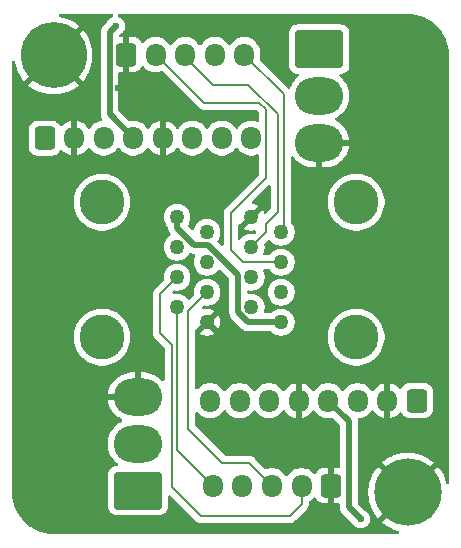
<source format=gbr>
%TF.GenerationSoftware,KiCad,Pcbnew,9.0.0*%
%TF.CreationDate,2025-03-17T17:34:53-07:00*%
%TF.ProjectId,Motor_Joint_Splitter,4d6f746f-725f-44a6-9f69-6e745f53706c,rev?*%
%TF.SameCoordinates,Original*%
%TF.FileFunction,Copper,L2,Bot*%
%TF.FilePolarity,Positive*%
%FSLAX46Y46*%
G04 Gerber Fmt 4.6, Leading zero omitted, Abs format (unit mm)*
G04 Created by KiCad (PCBNEW 9.0.0) date 2025-03-17 17:34:53*
%MOMM*%
%LPD*%
G01*
G04 APERTURE LIST*
G04 Aperture macros list*
%AMRoundRect*
0 Rectangle with rounded corners*
0 $1 Rounding radius*
0 $2 $3 $4 $5 $6 $7 $8 $9 X,Y pos of 4 corners*
0 Add a 4 corners polygon primitive as box body*
4,1,4,$2,$3,$4,$5,$6,$7,$8,$9,$2,$3,0*
0 Add four circle primitives for the rounded corners*
1,1,$1+$1,$2,$3*
1,1,$1+$1,$4,$5*
1,1,$1+$1,$6,$7*
1,1,$1+$1,$8,$9*
0 Add four rect primitives between the rounded corners*
20,1,$1+$1,$2,$3,$4,$5,0*
20,1,$1+$1,$4,$5,$6,$7,0*
20,1,$1+$1,$6,$7,$8,$9,0*
20,1,$1+$1,$8,$9,$2,$3,0*%
G04 Aperture macros list end*
%TA.AperFunction,ComponentPad*%
%ADD10C,3.600000*%
%TD*%
%TA.AperFunction,ConnectorPad*%
%ADD11C,5.700000*%
%TD*%
%TA.AperFunction,ConnectorPad*%
%ADD12C,5.600000*%
%TD*%
%TA.AperFunction,ComponentPad*%
%ADD13RoundRect,0.250000X-1.800000X1.330000X-1.800000X-1.330000X1.800000X-1.330000X1.800000X1.330000X0*%
%TD*%
%TA.AperFunction,ComponentPad*%
%ADD14O,4.100000X3.160000*%
%TD*%
%TA.AperFunction,ComponentPad*%
%ADD15C,1.270000*%
%TD*%
%TA.AperFunction,ComponentPad*%
%ADD16C,3.810000*%
%TD*%
%TA.AperFunction,ComponentPad*%
%ADD17RoundRect,0.250000X1.800000X-1.330000X1.800000X1.330000X-1.800000X1.330000X-1.800000X-1.330000X0*%
%TD*%
%TA.AperFunction,ComponentPad*%
%ADD18RoundRect,0.250000X0.600000X0.725000X-0.600000X0.725000X-0.600000X-0.725000X0.600000X-0.725000X0*%
%TD*%
%TA.AperFunction,ComponentPad*%
%ADD19O,1.700000X1.950000*%
%TD*%
%TA.AperFunction,ComponentPad*%
%ADD20RoundRect,0.250000X-0.600000X-0.725000X0.600000X-0.725000X0.600000X0.725000X-0.600000X0.725000X0*%
%TD*%
%TA.AperFunction,ViaPad*%
%ADD21C,0.600000*%
%TD*%
%TA.AperFunction,Conductor*%
%ADD22C,0.500000*%
%TD*%
%TA.AperFunction,Conductor*%
%ADD23C,0.200000*%
%TD*%
G04 APERTURE END LIST*
D10*
%TO.P,H4,1,1*%
%TO.N,GND*%
X184000000Y-101000000D03*
D11*
X184000000Y-101000000D03*
%TD*%
D10*
%TO.P,H3,1,1*%
%TO.N,GND*%
X154000000Y-64000000D03*
D12*
X154000000Y-64000000D03*
%TD*%
D13*
%TO.P,J5,1,Pin_1*%
%TO.N,/Sin1*%
X176500000Y-63462300D03*
D14*
%TO.P,J5,2,Pin_2*%
%TO.N,/Cos1*%
X176500000Y-67422300D03*
%TO.P,J5,3,Pin_3*%
%TO.N,GND*%
X176500000Y-71382300D03*
%TD*%
D15*
%TO.P,J6,1,1*%
%TO.N,+5V*%
X173272600Y-86582300D03*
%TO.P,J6,2,2*%
%TO.N,/C_A1*%
X170732600Y-85312300D03*
%TO.P,J6,3,3*%
%TO.N,/C_B1*%
X173272600Y-84042300D03*
%TO.P,J6,4,4*%
%TO.N,/C_I1*%
X170732600Y-82772300D03*
%TO.P,J6,5,5*%
%TO.N,/SEA_I1*%
X173272600Y-81502300D03*
%TO.P,J6,6,6*%
%TO.N,/SEA_A1*%
X170732600Y-80232300D03*
%TO.P,J6,7,7*%
%TO.N,/SEA_B1*%
X173272600Y-78962300D03*
%TO.P,J6,8,8*%
%TO.N,GND*%
X170732600Y-77692300D03*
D16*
%TO.P,J6,9*%
%TO.N,N/C*%
X179622600Y-87852300D03*
%TO.P,J6,10*%
X179622600Y-76422300D03*
%TD*%
D17*
%TO.P,J3,1,Pin_1*%
%TO.N,/Sin0*%
X161155000Y-100842300D03*
D14*
%TO.P,J3,2,Pin_2*%
%TO.N,/Cos0*%
X161155000Y-96882300D03*
%TO.P,J3,3,Pin_3*%
%TO.N,GND*%
X161155000Y-92922300D03*
%TD*%
D15*
%TO.P,J4,1,1*%
%TO.N,+5V*%
X164460000Y-77690000D03*
%TO.P,J4,2,2*%
%TO.N,/C_A0*%
X167000000Y-78960000D03*
%TO.P,J4,3,3*%
%TO.N,/C_B0*%
X164460000Y-80230000D03*
%TO.P,J4,4,4*%
%TO.N,/C_I0*%
X167000000Y-81500000D03*
%TO.P,J4,5,5*%
%TO.N,/SEA_I0*%
X164460000Y-82770000D03*
%TO.P,J4,6,6*%
%TO.N,/SEA_A0*%
X167000000Y-84040000D03*
%TO.P,J4,7,7*%
%TO.N,/SEA_B0*%
X164460000Y-85310000D03*
%TO.P,J4,8,8*%
%TO.N,GND*%
X167000000Y-86580000D03*
D16*
%TO.P,J4,9*%
%TO.N,N/C*%
X158110000Y-76420000D03*
%TO.P,J4,10*%
X158110000Y-87850000D03*
%TD*%
D18*
%TO.P,J7,1,Pin_1*%
%TO.N,GND*%
X177500000Y-100422300D03*
D19*
%TO.P,J7,2,Pin_2*%
%TO.N,/SEA_I0*%
X175000000Y-100422300D03*
%TO.P,J7,3,Pin_3*%
%TO.N,/SEA_A0*%
X172500000Y-100422300D03*
%TO.P,J7,4,Pin_4*%
%TO.N,+5V*%
X170000000Y-100422300D03*
%TO.P,J7,5,Pin_5*%
%TO.N,/SEA_B0*%
X167500000Y-100422300D03*
%TD*%
D20*
%TO.P,J2,1,Pin_1*%
%TO.N,/Sin1*%
X153250000Y-71000000D03*
D19*
%TO.P,J2,2,Pin_2*%
%TO.N,GND*%
X155750000Y-71000000D03*
%TO.P,J2,3,Pin_3*%
%TO.N,/Cos1*%
X158250000Y-71000000D03*
%TO.P,J2,4,Pin_4*%
%TO.N,+5V*%
X160750000Y-71000000D03*
%TO.P,J2,5,Pin_5*%
%TO.N,GND*%
X163250000Y-71000000D03*
%TO.P,J2,6,Pin_6*%
%TO.N,/C_A1*%
X165750000Y-71000000D03*
%TO.P,J2,7,Pin_7*%
%TO.N,/C_B1*%
X168250000Y-71000000D03*
%TO.P,J2,8,Pin_8*%
%TO.N,/C_I1*%
X170750000Y-71000000D03*
%TD*%
D20*
%TO.P,J8,1,Pin_1*%
%TO.N,GND*%
X160155000Y-63922300D03*
D19*
%TO.P,J8,2,Pin_2*%
%TO.N,/SEA_I1*%
X162655000Y-63922300D03*
%TO.P,J8,3,Pin_3*%
%TO.N,/SEA_A1*%
X165155000Y-63922300D03*
%TO.P,J8,4,Pin_4*%
%TO.N,+5V*%
X167655000Y-63922300D03*
%TO.P,J8,5,Pin_5*%
%TO.N,/SEA_B1*%
X170155000Y-63922300D03*
%TD*%
D18*
%TO.P,J1,1,Pin_1*%
%TO.N,/Sin0*%
X184750000Y-93225000D03*
D19*
%TO.P,J1,2,Pin_2*%
%TO.N,GND*%
X182250000Y-93225000D03*
%TO.P,J1,3,Pin_3*%
%TO.N,/Cos0*%
X179750000Y-93225000D03*
%TO.P,J1,4,Pin_4*%
%TO.N,+5V*%
X177250000Y-93225000D03*
%TO.P,J1,5,Pin_5*%
%TO.N,GND*%
X174750000Y-93225000D03*
%TO.P,J1,6,Pin_6*%
%TO.N,/C_A0*%
X172250000Y-93225000D03*
%TO.P,J1,7,Pin_7*%
%TO.N,/C_B0*%
X169750000Y-93225000D03*
%TO.P,J1,8,Pin_8*%
%TO.N,/C_I0*%
X167250000Y-93225000D03*
%TD*%
D21*
%TO.N,GND*%
X155000000Y-95000000D03*
X180000000Y-70000000D03*
X170750000Y-74250000D03*
X175000000Y-75000000D03*
X161500000Y-90000000D03*
X168000000Y-69250000D03*
X161500000Y-85000000D03*
X185000000Y-80000000D03*
X155000000Y-90000000D03*
X171750000Y-76000000D03*
X167000000Y-75000000D03*
X163000000Y-75000000D03*
X170500000Y-69250000D03*
X185000000Y-75000000D03*
X174500000Y-88750000D03*
X170500000Y-88750000D03*
X185000000Y-70000000D03*
X155000000Y-100000000D03*
X185000000Y-65000000D03*
X180000000Y-80000000D03*
X155000000Y-85000000D03*
X175000000Y-80000000D03*
X159500000Y-66750000D03*
X180000000Y-65000000D03*
X167000000Y-77000000D03*
X177000000Y-97500000D03*
%TO.N,+5V*%
X180000000Y-103250000D03*
X159250000Y-61500000D03*
%TD*%
D22*
%TO.N,+5V*%
X159250000Y-61500000D02*
X158749000Y-62001000D01*
X165917975Y-80046000D02*
X167081836Y-80046000D01*
X164460000Y-77690000D02*
X164460000Y-78588025D01*
X164460000Y-78588025D02*
X165917975Y-80046000D01*
X158749000Y-68999000D02*
X160750000Y-71000000D01*
X169646600Y-82610764D02*
X169646600Y-85762136D01*
X180000000Y-103250000D02*
X179000000Y-102250000D01*
X179000000Y-102250000D02*
X179000000Y-94975000D01*
X170466764Y-86582300D02*
X173272600Y-86582300D01*
X167081836Y-80046000D02*
X169646600Y-82610764D01*
X169646600Y-85762136D02*
X170466764Y-86582300D01*
X179000000Y-94975000D02*
X177250000Y-93225000D01*
X158749000Y-62001000D02*
X158749000Y-68999000D01*
D23*
%TO.N,/SEA_A0*%
X165396000Y-95604000D02*
X165396000Y-85644000D01*
X172500000Y-100422300D02*
X170577700Y-98500000D01*
X165396000Y-85644000D02*
X167000000Y-84040000D01*
X170577700Y-98500000D02*
X168292000Y-98500000D01*
X168292000Y-98500000D02*
X165396000Y-95604000D01*
%TO.N,/SEA_I0*%
X164460000Y-82770000D02*
X163000000Y-84230000D01*
X163000000Y-87500000D02*
X164000000Y-88500000D01*
X174000000Y-103000000D02*
X175000000Y-102000000D01*
X164000000Y-100500000D02*
X166500000Y-103000000D01*
X166500000Y-103000000D02*
X174000000Y-103000000D01*
X163000000Y-84230000D02*
X163000000Y-87500000D01*
X164000000Y-88500000D02*
X164000000Y-100500000D01*
X175000000Y-102000000D02*
X175000000Y-100422300D01*
%TO.N,/SEA_B0*%
X164460000Y-85310000D02*
X164460000Y-97382300D01*
X164460000Y-97382300D02*
X167500000Y-100422300D01*
%TO.N,/SEA_A1*%
X165155000Y-63922300D02*
X165155000Y-64155000D01*
X172000000Y-78250000D02*
X172000000Y-78964900D01*
X172000000Y-78964900D02*
X170732600Y-80232300D01*
X173000000Y-77250000D02*
X172000000Y-78250000D01*
X167500000Y-66500000D02*
X170500000Y-66500000D01*
X170500000Y-66500000D02*
X173000000Y-69000000D01*
X165155000Y-64155000D02*
X167500000Y-66500000D01*
X173000000Y-69000000D02*
X173000000Y-77250000D01*
%TO.N,/SEA_B1*%
X170155000Y-63922300D02*
X173500000Y-67267300D01*
X173500000Y-78734900D02*
X173272600Y-78962300D01*
X173500000Y-67267300D02*
X173500000Y-78734900D01*
%TO.N,/SEA_I1*%
X172000000Y-74344537D02*
X169000000Y-77344537D01*
X169000000Y-77344537D02*
X169000000Y-80491404D01*
X171432900Y-68000000D02*
X172000000Y-68567100D01*
X172000000Y-68567100D02*
X172000000Y-74344537D01*
X166732700Y-68000000D02*
X171432900Y-68000000D01*
X169000000Y-80491404D02*
X170010896Y-81502300D01*
X170010896Y-81502300D02*
X173272600Y-81502300D01*
X162655000Y-63922300D02*
X166732700Y-68000000D01*
%TD*%
%TA.AperFunction,Conductor*%
%TO.N,GND*%
G36*
X175000000Y-94677230D02*
G01*
X175066126Y-94666757D01*
X175066129Y-94666757D01*
X175268217Y-94601095D01*
X175457557Y-94504620D01*
X175629459Y-94379727D01*
X175629464Y-94379723D01*
X175779721Y-94229466D01*
X175899371Y-94064781D01*
X175954701Y-94022115D01*
X176024314Y-94016136D01*
X176086110Y-94048741D01*
X176100008Y-94064781D01*
X176219890Y-94229785D01*
X176219894Y-94229790D01*
X176370213Y-94380109D01*
X176542179Y-94505048D01*
X176542181Y-94505049D01*
X176542184Y-94505051D01*
X176731588Y-94601557D01*
X176933757Y-94667246D01*
X177143713Y-94700500D01*
X177143714Y-94700500D01*
X177356286Y-94700500D01*
X177356287Y-94700500D01*
X177559638Y-94668292D01*
X177628930Y-94677246D01*
X177666716Y-94703084D01*
X178213181Y-95249549D01*
X178246666Y-95310872D01*
X178249500Y-95337230D01*
X178249500Y-98823300D01*
X178229815Y-98890339D01*
X178177011Y-98936094D01*
X178125500Y-98947300D01*
X177750000Y-98947300D01*
X177750000Y-100018154D01*
X177683343Y-99979670D01*
X177562535Y-99947300D01*
X177437465Y-99947300D01*
X177316657Y-99979670D01*
X177250000Y-100018154D01*
X177250000Y-98947300D01*
X176850028Y-98947300D01*
X176850012Y-98947301D01*
X176747302Y-98957794D01*
X176580880Y-99012941D01*
X176580875Y-99012943D01*
X176431654Y-99104984D01*
X176307683Y-99228955D01*
X176307680Y-99228959D01*
X176212183Y-99383784D01*
X176160235Y-99430509D01*
X176091273Y-99441730D01*
X176027191Y-99413887D01*
X176018964Y-99406368D01*
X175879786Y-99267190D01*
X175707820Y-99142251D01*
X175518414Y-99045744D01*
X175518413Y-99045743D01*
X175518412Y-99045743D01*
X175316243Y-98980054D01*
X175316241Y-98980053D01*
X175316240Y-98980053D01*
X175154957Y-98954508D01*
X175106287Y-98946800D01*
X174893713Y-98946800D01*
X174845042Y-98954508D01*
X174683760Y-98980053D01*
X174481585Y-99045744D01*
X174292179Y-99142251D01*
X174120213Y-99267190D01*
X173969894Y-99417509D01*
X173969890Y-99417514D01*
X173850318Y-99582093D01*
X173794989Y-99624759D01*
X173725375Y-99630738D01*
X173663580Y-99598133D01*
X173649682Y-99582093D01*
X173530109Y-99417514D01*
X173530105Y-99417509D01*
X173379786Y-99267190D01*
X173207820Y-99142251D01*
X173018414Y-99045744D01*
X173018413Y-99045743D01*
X173018412Y-99045743D01*
X172816243Y-98980054D01*
X172816241Y-98980053D01*
X172816240Y-98980053D01*
X172654957Y-98954508D01*
X172606287Y-98946800D01*
X172393713Y-98946800D01*
X172345042Y-98954508D01*
X172183760Y-98980053D01*
X172183757Y-98980054D01*
X172047129Y-99024447D01*
X171977290Y-99026442D01*
X171921132Y-98994197D01*
X171065290Y-98138355D01*
X171065288Y-98138352D01*
X170946417Y-98019481D01*
X170946416Y-98019480D01*
X170859604Y-97969360D01*
X170859604Y-97969359D01*
X170859600Y-97969358D01*
X170809485Y-97940423D01*
X170656757Y-97899499D01*
X170498643Y-97899499D01*
X170491047Y-97899499D01*
X170491031Y-97899500D01*
X168592097Y-97899500D01*
X168525058Y-97879815D01*
X168504416Y-97863181D01*
X166032819Y-95391584D01*
X165999334Y-95330261D01*
X165996500Y-95303903D01*
X165996500Y-94303947D01*
X166016185Y-94236908D01*
X166068989Y-94191153D01*
X166138147Y-94181209D01*
X166201703Y-94210234D01*
X166216454Y-94226308D01*
X166216724Y-94226079D01*
X166219894Y-94229790D01*
X166370213Y-94380109D01*
X166542179Y-94505048D01*
X166542181Y-94505049D01*
X166542184Y-94505051D01*
X166731588Y-94601557D01*
X166933757Y-94667246D01*
X167143713Y-94700500D01*
X167143714Y-94700500D01*
X167356286Y-94700500D01*
X167356287Y-94700500D01*
X167566243Y-94667246D01*
X167768412Y-94601557D01*
X167957816Y-94505051D01*
X167979789Y-94489086D01*
X168129786Y-94380109D01*
X168129788Y-94380106D01*
X168129792Y-94380104D01*
X168280104Y-94229792D01*
X168399683Y-94065204D01*
X168455011Y-94022540D01*
X168524624Y-94016561D01*
X168586420Y-94049166D01*
X168600313Y-94065199D01*
X168703606Y-94207371D01*
X168719896Y-94229792D01*
X168870213Y-94380109D01*
X169042179Y-94505048D01*
X169042181Y-94505049D01*
X169042184Y-94505051D01*
X169231588Y-94601557D01*
X169433757Y-94667246D01*
X169643713Y-94700500D01*
X169643714Y-94700500D01*
X169856286Y-94700500D01*
X169856287Y-94700500D01*
X170066243Y-94667246D01*
X170268412Y-94601557D01*
X170457816Y-94505051D01*
X170479789Y-94489086D01*
X170629786Y-94380109D01*
X170629788Y-94380106D01*
X170629792Y-94380104D01*
X170780104Y-94229792D01*
X170899683Y-94065204D01*
X170955011Y-94022540D01*
X171024624Y-94016561D01*
X171086420Y-94049166D01*
X171100313Y-94065199D01*
X171203606Y-94207371D01*
X171219896Y-94229792D01*
X171370213Y-94380109D01*
X171542179Y-94505048D01*
X171542181Y-94505049D01*
X171542184Y-94505051D01*
X171731588Y-94601557D01*
X171933757Y-94667246D01*
X172143713Y-94700500D01*
X172143714Y-94700500D01*
X172356286Y-94700500D01*
X172356287Y-94700500D01*
X172566243Y-94667246D01*
X172768412Y-94601557D01*
X172957816Y-94505051D01*
X172979789Y-94489086D01*
X173129786Y-94380109D01*
X173129788Y-94380106D01*
X173129792Y-94380104D01*
X173280104Y-94229792D01*
X173399991Y-94064779D01*
X173455320Y-94022115D01*
X173524933Y-94016136D01*
X173586729Y-94048741D01*
X173600627Y-94064781D01*
X173720272Y-94229459D01*
X173720276Y-94229464D01*
X173870535Y-94379723D01*
X173870540Y-94379727D01*
X174042442Y-94504620D01*
X174231782Y-94601095D01*
X174433871Y-94666757D01*
X174500000Y-94677231D01*
X174500000Y-93629145D01*
X174566657Y-93667630D01*
X174687465Y-93700000D01*
X174812535Y-93700000D01*
X174933343Y-93667630D01*
X175000000Y-93629145D01*
X175000000Y-94677230D01*
G37*
%TD.AperFunction*%
%TA.AperFunction,Conductor*%
G36*
X159014849Y-60520185D02*
G01*
X159060604Y-60572989D01*
X159070548Y-60642147D01*
X159041523Y-60705703D01*
X158995262Y-60739061D01*
X158870827Y-60790602D01*
X158870814Y-60790609D01*
X158739711Y-60878210D01*
X158739707Y-60878213D01*
X158628213Y-60989707D01*
X158628207Y-60989715D01*
X158540607Y-61120818D01*
X158540606Y-61120819D01*
X158530805Y-61144480D01*
X158503927Y-61184703D01*
X158166050Y-61522581D01*
X158166047Y-61522584D01*
X158127965Y-61579578D01*
X158127966Y-61579579D01*
X158083913Y-61645508D01*
X158027343Y-61782082D01*
X158027340Y-61782092D01*
X157998500Y-61927079D01*
X157998500Y-61927082D01*
X157998500Y-69072918D01*
X157998500Y-69072920D01*
X157998499Y-69072920D01*
X158027340Y-69217907D01*
X158027343Y-69217917D01*
X158083913Y-69354490D01*
X158083916Y-69354495D01*
X158084747Y-69355739D01*
X158084981Y-69356488D01*
X158086785Y-69359862D01*
X158086144Y-69360204D01*
X158105621Y-69422418D01*
X158087133Y-69489797D01*
X158035151Y-69536484D01*
X158001040Y-69547097D01*
X157933759Y-69557753D01*
X157731585Y-69623444D01*
X157542179Y-69719951D01*
X157370213Y-69844890D01*
X157219894Y-69995209D01*
X157219890Y-69995214D01*
X157100008Y-70160218D01*
X157044678Y-70202884D01*
X156975065Y-70208863D01*
X156913270Y-70176257D01*
X156899372Y-70160218D01*
X156779727Y-69995540D01*
X156779723Y-69995535D01*
X156629464Y-69845276D01*
X156629459Y-69845272D01*
X156457557Y-69720379D01*
X156268215Y-69623903D01*
X156066124Y-69558241D01*
X156000000Y-69547768D01*
X156000000Y-70595854D01*
X155933343Y-70557370D01*
X155812535Y-70525000D01*
X155687465Y-70525000D01*
X155566657Y-70557370D01*
X155500000Y-70595854D01*
X155500000Y-69547768D01*
X155499999Y-69547768D01*
X155433875Y-69558241D01*
X155231784Y-69623903D01*
X155042442Y-69720379D01*
X154870541Y-69845271D01*
X154731668Y-69984144D01*
X154670345Y-70017628D01*
X154600653Y-70012644D01*
X154544720Y-69970772D01*
X154538448Y-69961558D01*
X154442712Y-69806344D01*
X154318657Y-69682289D01*
X154318656Y-69682288D01*
X154214595Y-69618103D01*
X154169336Y-69590187D01*
X154169331Y-69590185D01*
X154167862Y-69589698D01*
X154002797Y-69535001D01*
X154002795Y-69535000D01*
X153900010Y-69524500D01*
X152599998Y-69524500D01*
X152599981Y-69524501D01*
X152497203Y-69535000D01*
X152497200Y-69535001D01*
X152330668Y-69590185D01*
X152330663Y-69590187D01*
X152181342Y-69682289D01*
X152057289Y-69806342D01*
X151965187Y-69955663D01*
X151965185Y-69955668D01*
X151960180Y-69970772D01*
X151910001Y-70122203D01*
X151910001Y-70122204D01*
X151910000Y-70122204D01*
X151899500Y-70224983D01*
X151899500Y-71775001D01*
X151899501Y-71775018D01*
X151910000Y-71877796D01*
X151910001Y-71877799D01*
X151944031Y-71980493D01*
X151965186Y-72044334D01*
X152057288Y-72193656D01*
X152181344Y-72317712D01*
X152330666Y-72409814D01*
X152497203Y-72464999D01*
X152599991Y-72475500D01*
X153900008Y-72475499D01*
X154002797Y-72464999D01*
X154169334Y-72409814D01*
X154318656Y-72317712D01*
X154442712Y-72193656D01*
X154534814Y-72044334D01*
X154534814Y-72044331D01*
X154538448Y-72038441D01*
X154590395Y-71991716D01*
X154659358Y-71980493D01*
X154723440Y-72008336D01*
X154731668Y-72015856D01*
X154870535Y-72154723D01*
X154870540Y-72154727D01*
X155042442Y-72279620D01*
X155231782Y-72376095D01*
X155433871Y-72441757D01*
X155500000Y-72452231D01*
X155500000Y-71404145D01*
X155566657Y-71442630D01*
X155687465Y-71475000D01*
X155812535Y-71475000D01*
X155933343Y-71442630D01*
X156000000Y-71404145D01*
X156000000Y-72452230D01*
X156066126Y-72441757D01*
X156066129Y-72441757D01*
X156268217Y-72376095D01*
X156457557Y-72279620D01*
X156629459Y-72154727D01*
X156629464Y-72154723D01*
X156779721Y-72004466D01*
X156899371Y-71839781D01*
X156954701Y-71797115D01*
X157024314Y-71791136D01*
X157086110Y-71823741D01*
X157100008Y-71839781D01*
X157219890Y-72004785D01*
X157219894Y-72004790D01*
X157370213Y-72155109D01*
X157542179Y-72280048D01*
X157542181Y-72280049D01*
X157542184Y-72280051D01*
X157731588Y-72376557D01*
X157933757Y-72442246D01*
X158143713Y-72475500D01*
X158143714Y-72475500D01*
X158356286Y-72475500D01*
X158356287Y-72475500D01*
X158566243Y-72442246D01*
X158768412Y-72376557D01*
X158957816Y-72280051D01*
X159068500Y-72199635D01*
X159129786Y-72155109D01*
X159129788Y-72155106D01*
X159129792Y-72155104D01*
X159280104Y-72004792D01*
X159399683Y-71840204D01*
X159455011Y-71797540D01*
X159524624Y-71791561D01*
X159586420Y-71824166D01*
X159600313Y-71840199D01*
X159702242Y-71980493D01*
X159719896Y-72004792D01*
X159870213Y-72155109D01*
X160042179Y-72280048D01*
X160042181Y-72280049D01*
X160042184Y-72280051D01*
X160231588Y-72376557D01*
X160433757Y-72442246D01*
X160643713Y-72475500D01*
X160643714Y-72475500D01*
X160856286Y-72475500D01*
X160856287Y-72475500D01*
X161066243Y-72442246D01*
X161268412Y-72376557D01*
X161457816Y-72280051D01*
X161568500Y-72199635D01*
X161629786Y-72155109D01*
X161629788Y-72155106D01*
X161629792Y-72155104D01*
X161780104Y-72004792D01*
X161899991Y-71839779D01*
X161955320Y-71797115D01*
X162024933Y-71791136D01*
X162086729Y-71823741D01*
X162100627Y-71839781D01*
X162220272Y-72004459D01*
X162220276Y-72004464D01*
X162370535Y-72154723D01*
X162370540Y-72154727D01*
X162542442Y-72279620D01*
X162731782Y-72376095D01*
X162933871Y-72441757D01*
X163000000Y-72452231D01*
X163000000Y-71404145D01*
X163066657Y-71442630D01*
X163187465Y-71475000D01*
X163312535Y-71475000D01*
X163433343Y-71442630D01*
X163500000Y-71404145D01*
X163500000Y-72452230D01*
X163566126Y-72441757D01*
X163566129Y-72441757D01*
X163768217Y-72376095D01*
X163957557Y-72279620D01*
X164129459Y-72154727D01*
X164129464Y-72154723D01*
X164279721Y-72004466D01*
X164399371Y-71839781D01*
X164454701Y-71797115D01*
X164524314Y-71791136D01*
X164586110Y-71823741D01*
X164600008Y-71839781D01*
X164719890Y-72004785D01*
X164719894Y-72004790D01*
X164870213Y-72155109D01*
X165042179Y-72280048D01*
X165042181Y-72280049D01*
X165042184Y-72280051D01*
X165231588Y-72376557D01*
X165433757Y-72442246D01*
X165643713Y-72475500D01*
X165643714Y-72475500D01*
X165856286Y-72475500D01*
X165856287Y-72475500D01*
X166066243Y-72442246D01*
X166268412Y-72376557D01*
X166457816Y-72280051D01*
X166568500Y-72199635D01*
X166629786Y-72155109D01*
X166629788Y-72155106D01*
X166629792Y-72155104D01*
X166780104Y-72004792D01*
X166899683Y-71840204D01*
X166955011Y-71797540D01*
X167024624Y-71791561D01*
X167086420Y-71824166D01*
X167100313Y-71840199D01*
X167202242Y-71980493D01*
X167219896Y-72004792D01*
X167370213Y-72155109D01*
X167542179Y-72280048D01*
X167542181Y-72280049D01*
X167542184Y-72280051D01*
X167731588Y-72376557D01*
X167933757Y-72442246D01*
X168143713Y-72475500D01*
X168143714Y-72475500D01*
X168356286Y-72475500D01*
X168356287Y-72475500D01*
X168566243Y-72442246D01*
X168768412Y-72376557D01*
X168957816Y-72280051D01*
X169068500Y-72199635D01*
X169129786Y-72155109D01*
X169129788Y-72155106D01*
X169129792Y-72155104D01*
X169280104Y-72004792D01*
X169399683Y-71840204D01*
X169455011Y-71797540D01*
X169524624Y-71791561D01*
X169586420Y-71824166D01*
X169600313Y-71840199D01*
X169702242Y-71980493D01*
X169719896Y-72004792D01*
X169870213Y-72155109D01*
X170042179Y-72280048D01*
X170042181Y-72280049D01*
X170042184Y-72280051D01*
X170231588Y-72376557D01*
X170433757Y-72442246D01*
X170643713Y-72475500D01*
X170643714Y-72475500D01*
X170856286Y-72475500D01*
X170856287Y-72475500D01*
X171066243Y-72442246D01*
X171237186Y-72386702D01*
X171307022Y-72384708D01*
X171366855Y-72420788D01*
X171397684Y-72483488D01*
X171399500Y-72504634D01*
X171399500Y-74044439D01*
X171379815Y-74111478D01*
X171363181Y-74132120D01*
X168519481Y-76975819D01*
X168519479Y-76975822D01*
X168469361Y-77062631D01*
X168469359Y-77062633D01*
X168440425Y-77112746D01*
X168440424Y-77112747D01*
X168440423Y-77112752D01*
X168399499Y-77265480D01*
X168399499Y-77265482D01*
X168399499Y-77433583D01*
X168399500Y-77433596D01*
X168399500Y-80002934D01*
X168379815Y-80069973D01*
X168327011Y-80115728D01*
X168257853Y-80125672D01*
X168194297Y-80096647D01*
X168187819Y-80090615D01*
X167911887Y-79814683D01*
X167878402Y-79753360D01*
X167883386Y-79683668D01*
X167899250Y-79654116D01*
X167971167Y-79555132D01*
X168052309Y-79395881D01*
X168061956Y-79366190D01*
X168107539Y-79225901D01*
X168107539Y-79225900D01*
X168107540Y-79225897D01*
X168135500Y-79049366D01*
X168135500Y-78870634D01*
X168107540Y-78694103D01*
X168107539Y-78694099D01*
X168107539Y-78694098D01*
X168052310Y-78524121D01*
X168052308Y-78524118D01*
X168044616Y-78509020D01*
X167971167Y-78364868D01*
X167866111Y-78220272D01*
X167739728Y-78093889D01*
X167595132Y-77988833D01*
X167435881Y-77907691D01*
X167435878Y-77907689D01*
X167265899Y-77852460D01*
X167148209Y-77833820D01*
X167089366Y-77824500D01*
X166910634Y-77824500D01*
X166851790Y-77833820D01*
X166734101Y-77852460D01*
X166734098Y-77852460D01*
X166564121Y-77907689D01*
X166564118Y-77907691D01*
X166404867Y-77988833D01*
X166260270Y-78093890D01*
X166133890Y-78220270D01*
X166028833Y-78364867D01*
X165947691Y-78524118D01*
X165947689Y-78524121D01*
X165890954Y-78698736D01*
X165889531Y-78698273D01*
X165858052Y-78753101D01*
X165796027Y-78785266D01*
X165726458Y-78778791D01*
X165684587Y-78751244D01*
X165416551Y-78483208D01*
X165383066Y-78421885D01*
X165388050Y-78352193D01*
X165403913Y-78322642D01*
X165431167Y-78285132D01*
X165512309Y-78125881D01*
X165512310Y-78125878D01*
X165567539Y-77955901D01*
X165567539Y-77955900D01*
X165567540Y-77955897D01*
X165595500Y-77779366D01*
X165595500Y-77600634D01*
X165567540Y-77424103D01*
X165567539Y-77424099D01*
X165567539Y-77424098D01*
X165512310Y-77254121D01*
X165512308Y-77254118D01*
X165440277Y-77112747D01*
X165431167Y-77094868D01*
X165326111Y-76950272D01*
X165199728Y-76823889D01*
X165055132Y-76718833D01*
X164895881Y-76637691D01*
X164895878Y-76637689D01*
X164725899Y-76582460D01*
X164608209Y-76563820D01*
X164549366Y-76554500D01*
X164370634Y-76554500D01*
X164311790Y-76563820D01*
X164194101Y-76582460D01*
X164194098Y-76582460D01*
X164024121Y-76637689D01*
X164024118Y-76637691D01*
X163864867Y-76718833D01*
X163720270Y-76823890D01*
X163593890Y-76950270D01*
X163488833Y-77094867D01*
X163407691Y-77254118D01*
X163407689Y-77254121D01*
X163352460Y-77424098D01*
X163352460Y-77424101D01*
X163350956Y-77433596D01*
X163324500Y-77600634D01*
X163324500Y-77779366D01*
X163331649Y-77824500D01*
X163352460Y-77955898D01*
X163352460Y-77955901D01*
X163407689Y-78125878D01*
X163407691Y-78125881D01*
X163488833Y-78285132D01*
X163548435Y-78367167D01*
X163593890Y-78429729D01*
X163673181Y-78509020D01*
X163706666Y-78570343D01*
X163709500Y-78596701D01*
X163709500Y-78661943D01*
X163709500Y-78661945D01*
X163709499Y-78661945D01*
X163738340Y-78806932D01*
X163738343Y-78806942D01*
X163794914Y-78943517D01*
X163794915Y-78943519D01*
X163794916Y-78943520D01*
X163827813Y-78992754D01*
X163877048Y-79066441D01*
X163888055Y-79077448D01*
X163894092Y-79085944D01*
X163902225Y-79109521D01*
X163914177Y-79131409D01*
X163913421Y-79141976D01*
X163916877Y-79151994D01*
X163910972Y-79176224D01*
X163909193Y-79201101D01*
X163902842Y-79209584D01*
X163900334Y-79219877D01*
X163882267Y-79237068D01*
X163867321Y-79257034D01*
X163865897Y-79258084D01*
X163720278Y-79363884D01*
X163720269Y-79363891D01*
X163593890Y-79490270D01*
X163488833Y-79634867D01*
X163407691Y-79794118D01*
X163407689Y-79794121D01*
X163352460Y-79964098D01*
X163352460Y-79964101D01*
X163324500Y-80140634D01*
X163324500Y-80319365D01*
X163352460Y-80495898D01*
X163352460Y-80495901D01*
X163407689Y-80665878D01*
X163407691Y-80665881D01*
X163488833Y-80825132D01*
X163593889Y-80969728D01*
X163720272Y-81096111D01*
X163864868Y-81201167D01*
X164024119Y-81282309D01*
X164024121Y-81282310D01*
X164182670Y-81333825D01*
X164194103Y-81337540D01*
X164370634Y-81365500D01*
X164370635Y-81365500D01*
X164549365Y-81365500D01*
X164549366Y-81365500D01*
X164725897Y-81337540D01*
X164725900Y-81337539D01*
X164725901Y-81337539D01*
X164895878Y-81282310D01*
X164895878Y-81282309D01*
X164895881Y-81282309D01*
X165055132Y-81201167D01*
X165199728Y-81096111D01*
X165326111Y-80969728D01*
X165431167Y-80825132D01*
X165449996Y-80788176D01*
X165497968Y-80737382D01*
X165565788Y-80720586D01*
X165607931Y-80729910D01*
X165699062Y-80767658D01*
X165699066Y-80767658D01*
X165699067Y-80767659D01*
X165844054Y-80796500D01*
X165844057Y-80796500D01*
X165844058Y-80796500D01*
X165881700Y-80796500D01*
X165948739Y-80816185D01*
X165994494Y-80868989D01*
X166004438Y-80938147D01*
X165992185Y-80976795D01*
X165947690Y-81064118D01*
X165947689Y-81064121D01*
X165892460Y-81234098D01*
X165892460Y-81234101D01*
X165864500Y-81410634D01*
X165864500Y-81589365D01*
X165892460Y-81765898D01*
X165892460Y-81765901D01*
X165947689Y-81935878D01*
X165947691Y-81935881D01*
X166028833Y-82095132D01*
X166133889Y-82239728D01*
X166260272Y-82366111D01*
X166404868Y-82471167D01*
X166564119Y-82552309D01*
X166564121Y-82552310D01*
X166722670Y-82603825D01*
X166734103Y-82607540D01*
X166910634Y-82635500D01*
X166910635Y-82635500D01*
X167089365Y-82635500D01*
X167089366Y-82635500D01*
X167265897Y-82607540D01*
X167265900Y-82607539D01*
X167265901Y-82607539D01*
X167435878Y-82552310D01*
X167435878Y-82552309D01*
X167435881Y-82552309D01*
X167595132Y-82471167D01*
X167739728Y-82366111D01*
X167866111Y-82239728D01*
X167927251Y-82155575D01*
X167982580Y-82112911D01*
X168052193Y-82106932D01*
X168113988Y-82139537D01*
X168115249Y-82140781D01*
X168859781Y-82885313D01*
X168893266Y-82946636D01*
X168896100Y-82972994D01*
X168896100Y-85836054D01*
X168896100Y-85836056D01*
X168896099Y-85836056D01*
X168924940Y-85981043D01*
X168924943Y-85981053D01*
X168955918Y-86055832D01*
X168981516Y-86117631D01*
X169000438Y-86145951D01*
X169009774Y-86159923D01*
X169063649Y-86240554D01*
X169063652Y-86240557D01*
X169988348Y-87165252D01*
X169988350Y-87165254D01*
X170006577Y-87177432D01*
X170062034Y-87214486D01*
X170111269Y-87247384D01*
X170111270Y-87247384D01*
X170111271Y-87247385D01*
X170111273Y-87247386D01*
X170247846Y-87303956D01*
X170247851Y-87303958D01*
X170247855Y-87303958D01*
X170247856Y-87303959D01*
X170392843Y-87332800D01*
X170392846Y-87332800D01*
X170392847Y-87332800D01*
X170540681Y-87332800D01*
X172365899Y-87332800D01*
X172432938Y-87352485D01*
X172453580Y-87369119D01*
X172532872Y-87448411D01*
X172677468Y-87553467D01*
X172836719Y-87634609D01*
X172836721Y-87634610D01*
X172995270Y-87686125D01*
X173006703Y-87689840D01*
X173183234Y-87717800D01*
X173183235Y-87717800D01*
X173361965Y-87717800D01*
X173361966Y-87717800D01*
X173365723Y-87717205D01*
X177217100Y-87717205D01*
X177217100Y-87987394D01*
X177247349Y-88255858D01*
X177247351Y-88255870D01*
X177307472Y-88519279D01*
X177396706Y-88774296D01*
X177513931Y-89017716D01*
X177513933Y-89017719D01*
X177657677Y-89246487D01*
X177826132Y-89457722D01*
X178017178Y-89648768D01*
X178228413Y-89817223D01*
X178457181Y-89960967D01*
X178700605Y-90078194D01*
X178955620Y-90167427D01*
X178955622Y-90167427D01*
X178955623Y-90167428D01*
X179219029Y-90227549D01*
X179487505Y-90257799D01*
X179487506Y-90257800D01*
X179487510Y-90257800D01*
X179757694Y-90257800D01*
X179757694Y-90257799D01*
X180026171Y-90227549D01*
X180289577Y-90167428D01*
X180544595Y-90078194D01*
X180788019Y-89960967D01*
X181016787Y-89817223D01*
X181228022Y-89648768D01*
X181419068Y-89457722D01*
X181587523Y-89246487D01*
X181731267Y-89017719D01*
X181848494Y-88774295D01*
X181937728Y-88519277D01*
X181997849Y-88255871D01*
X182028100Y-87987390D01*
X182028100Y-87717210D01*
X181997849Y-87448729D01*
X181937728Y-87185323D01*
X181848494Y-86930305D01*
X181731267Y-86686881D01*
X181587523Y-86458113D01*
X181419068Y-86246878D01*
X181228022Y-86055832D01*
X181016787Y-85887377D01*
X180858790Y-85788101D01*
X180788016Y-85743631D01*
X180544596Y-85626406D01*
X180289578Y-85537172D01*
X180289580Y-85537172D01*
X180092022Y-85492081D01*
X180026171Y-85477051D01*
X180026167Y-85477050D01*
X180026158Y-85477049D01*
X179757694Y-85446800D01*
X179757690Y-85446800D01*
X179487510Y-85446800D01*
X179487506Y-85446800D01*
X179219041Y-85477049D01*
X179219029Y-85477051D01*
X178955620Y-85537172D01*
X178700603Y-85626406D01*
X178457183Y-85743631D01*
X178228414Y-85887376D01*
X178017178Y-86055831D01*
X177826131Y-86246878D01*
X177657676Y-86458114D01*
X177513931Y-86686883D01*
X177396706Y-86930303D01*
X177307472Y-87185320D01*
X177247351Y-87448729D01*
X177247349Y-87448741D01*
X177217100Y-87717205D01*
X173365723Y-87717205D01*
X173538497Y-87689840D01*
X173538500Y-87689839D01*
X173538501Y-87689839D01*
X173708478Y-87634610D01*
X173708478Y-87634609D01*
X173708481Y-87634609D01*
X173867732Y-87553467D01*
X174012328Y-87448411D01*
X174138711Y-87322028D01*
X174243767Y-87177432D01*
X174324909Y-87018181D01*
X174343488Y-86961000D01*
X174380139Y-86848201D01*
X174380139Y-86848200D01*
X174380140Y-86848197D01*
X174408100Y-86671666D01*
X174408100Y-86492934D01*
X174380140Y-86316403D01*
X174380139Y-86316399D01*
X174380139Y-86316398D01*
X174324910Y-86146421D01*
X174324908Y-86146418D01*
X174310241Y-86117631D01*
X174243767Y-85987168D01*
X174138711Y-85842572D01*
X174012328Y-85716189D01*
X173867732Y-85611133D01*
X173708481Y-85529991D01*
X173708478Y-85529989D01*
X173538499Y-85474760D01*
X173420809Y-85456120D01*
X173361966Y-85446800D01*
X173183234Y-85446800D01*
X173124390Y-85456120D01*
X173006701Y-85474760D01*
X173006698Y-85474760D01*
X172836721Y-85529989D01*
X172836718Y-85529991D01*
X172677467Y-85611133D01*
X172532870Y-85716190D01*
X172532869Y-85716191D01*
X172453580Y-85795481D01*
X172392257Y-85828966D01*
X172365899Y-85831800D01*
X171928411Y-85831800D01*
X171861372Y-85812115D01*
X171815617Y-85759311D01*
X171805673Y-85690153D01*
X171810480Y-85669482D01*
X171840139Y-85578201D01*
X171840139Y-85578200D01*
X171840140Y-85578197D01*
X171868100Y-85401666D01*
X171868100Y-85222934D01*
X171840140Y-85046403D01*
X171840139Y-85046399D01*
X171840139Y-85046398D01*
X171784910Y-84876421D01*
X171784908Y-84876418D01*
X171736815Y-84782028D01*
X171703767Y-84717168D01*
X171598711Y-84572572D01*
X171472328Y-84446189D01*
X171327732Y-84341133D01*
X171168481Y-84259991D01*
X171168478Y-84259989D01*
X170998499Y-84204760D01*
X170868157Y-84184116D01*
X170821966Y-84176800D01*
X170643234Y-84176800D01*
X170548456Y-84191811D01*
X170540497Y-84193072D01*
X170521955Y-84190675D01*
X170503453Y-84193336D01*
X170488024Y-84186290D01*
X170471203Y-84184116D01*
X170456902Y-84172076D01*
X170439897Y-84164311D01*
X170430726Y-84150041D01*
X170417752Y-84139119D01*
X170412230Y-84121260D01*
X170402123Y-84105533D01*
X170397564Y-84073827D01*
X170397113Y-84072368D01*
X170397100Y-84070598D01*
X170397100Y-84014001D01*
X170415031Y-83952934D01*
X172137100Y-83952934D01*
X172137100Y-84131666D01*
X172140010Y-84150041D01*
X172165060Y-84308198D01*
X172165060Y-84308201D01*
X172220289Y-84478178D01*
X172220291Y-84478181D01*
X172301433Y-84637432D01*
X172406489Y-84782028D01*
X172532872Y-84908411D01*
X172677468Y-85013467D01*
X172836719Y-85094609D01*
X172836721Y-85094610D01*
X172995270Y-85146125D01*
X173006703Y-85149840D01*
X173183234Y-85177800D01*
X173183235Y-85177800D01*
X173361965Y-85177800D01*
X173361966Y-85177800D01*
X173538497Y-85149840D01*
X173538500Y-85149839D01*
X173538501Y-85149839D01*
X173708478Y-85094610D01*
X173708478Y-85094609D01*
X173708481Y-85094609D01*
X173867732Y-85013467D01*
X174012328Y-84908411D01*
X174138711Y-84782028D01*
X174243767Y-84637432D01*
X174324909Y-84478181D01*
X174325657Y-84475878D01*
X174380139Y-84308201D01*
X174380139Y-84308200D01*
X174380140Y-84308197D01*
X174408100Y-84131666D01*
X174408100Y-83952934D01*
X174380140Y-83776403D01*
X174380139Y-83776399D01*
X174380139Y-83776398D01*
X174324910Y-83606421D01*
X174324908Y-83606418D01*
X174323737Y-83604118D01*
X174243767Y-83447168D01*
X174138711Y-83302572D01*
X174012328Y-83176189D01*
X173867732Y-83071133D01*
X173708481Y-82989991D01*
X173708478Y-82989989D01*
X173538499Y-82934760D01*
X173420809Y-82916120D01*
X173361966Y-82906800D01*
X173183234Y-82906800D01*
X173124390Y-82916120D01*
X173006701Y-82934760D01*
X173006698Y-82934760D01*
X172836721Y-82989989D01*
X172836718Y-82989991D01*
X172677467Y-83071133D01*
X172532870Y-83176190D01*
X172406490Y-83302570D01*
X172301433Y-83447167D01*
X172220291Y-83606418D01*
X172220289Y-83606421D01*
X172165060Y-83776398D01*
X172165060Y-83776401D01*
X172146868Y-83891263D01*
X172137100Y-83952934D01*
X170415031Y-83952934D01*
X170416785Y-83946962D01*
X170469589Y-83901207D01*
X170538747Y-83891263D01*
X170540486Y-83891526D01*
X170643234Y-83907800D01*
X170643235Y-83907800D01*
X170821965Y-83907800D01*
X170821966Y-83907800D01*
X170998497Y-83879840D01*
X170998500Y-83879839D01*
X170998501Y-83879839D01*
X171151487Y-83830131D01*
X171168478Y-83824610D01*
X171168478Y-83824609D01*
X171168481Y-83824609D01*
X171327732Y-83743467D01*
X171472328Y-83638411D01*
X171598711Y-83512028D01*
X171703767Y-83367432D01*
X171784909Y-83208181D01*
X171785657Y-83205878D01*
X171840139Y-83038201D01*
X171840139Y-83038200D01*
X171840140Y-83038197D01*
X171868100Y-82861666D01*
X171868100Y-82682934D01*
X171840140Y-82506403D01*
X171840139Y-82506399D01*
X171840139Y-82506398D01*
X171784910Y-82336421D01*
X171784909Y-82336418D01*
X171757739Y-82283095D01*
X171744843Y-82214426D01*
X171771119Y-82149685D01*
X171828225Y-82109428D01*
X171868224Y-82102800D01*
X172242152Y-82102800D01*
X172309191Y-82122485D01*
X172342469Y-82153913D01*
X172406489Y-82242028D01*
X172532872Y-82368411D01*
X172677468Y-82473467D01*
X172836719Y-82554609D01*
X172836721Y-82554610D01*
X172995270Y-82606125D01*
X173006703Y-82609840D01*
X173183234Y-82637800D01*
X173183235Y-82637800D01*
X173361965Y-82637800D01*
X173361966Y-82637800D01*
X173538497Y-82609840D01*
X173538500Y-82609839D01*
X173538501Y-82609839D01*
X173708478Y-82554610D01*
X173708478Y-82554609D01*
X173708481Y-82554609D01*
X173867732Y-82473467D01*
X174012328Y-82368411D01*
X174138711Y-82242028D01*
X174243767Y-82097432D01*
X174324909Y-81938181D01*
X174380140Y-81768197D01*
X174408100Y-81591666D01*
X174408100Y-81412934D01*
X174380140Y-81236403D01*
X174380139Y-81236399D01*
X174380139Y-81236398D01*
X174324910Y-81066421D01*
X174324908Y-81066418D01*
X174323737Y-81064118D01*
X174243767Y-80907168D01*
X174138711Y-80762572D01*
X174012328Y-80636189D01*
X173867732Y-80531133D01*
X173708481Y-80449991D01*
X173708478Y-80449989D01*
X173538499Y-80394760D01*
X173420809Y-80376120D01*
X173361966Y-80366800D01*
X173183234Y-80366800D01*
X173124390Y-80376120D01*
X173006701Y-80394760D01*
X173006698Y-80394760D01*
X172836721Y-80449989D01*
X172836718Y-80449991D01*
X172677467Y-80531133D01*
X172532870Y-80636190D01*
X172406490Y-80762570D01*
X172342470Y-80850686D01*
X172287139Y-80893352D01*
X172242152Y-80901800D01*
X171868224Y-80901800D01*
X171801185Y-80882115D01*
X171755430Y-80829311D01*
X171745486Y-80760153D01*
X171757739Y-80721505D01*
X171784909Y-80668181D01*
X171784910Y-80668178D01*
X171840139Y-80498201D01*
X171840139Y-80498200D01*
X171840140Y-80498197D01*
X171868100Y-80321666D01*
X171868100Y-80142934D01*
X171851061Y-80035356D01*
X171860015Y-79966066D01*
X171885850Y-79928283D01*
X172179950Y-79634183D01*
X172241271Y-79600700D01*
X172310963Y-79605684D01*
X172366896Y-79647556D01*
X172367946Y-79648979D01*
X172404818Y-79699728D01*
X172406489Y-79702028D01*
X172532872Y-79828411D01*
X172677468Y-79933467D01*
X172836719Y-80014609D01*
X172836721Y-80014610D01*
X172900584Y-80035360D01*
X173006703Y-80069840D01*
X173183234Y-80097800D01*
X173183235Y-80097800D01*
X173361965Y-80097800D01*
X173361966Y-80097800D01*
X173538497Y-80069840D01*
X173538500Y-80069839D01*
X173538501Y-80069839D01*
X173708478Y-80014610D01*
X173708478Y-80014609D01*
X173708481Y-80014609D01*
X173867732Y-79933467D01*
X174012328Y-79828411D01*
X174138711Y-79702028D01*
X174243767Y-79557432D01*
X174324909Y-79398181D01*
X174325657Y-79395878D01*
X174380139Y-79228201D01*
X174380139Y-79228200D01*
X174380140Y-79228197D01*
X174408100Y-79051666D01*
X174408100Y-78872934D01*
X174380140Y-78696403D01*
X174380139Y-78696399D01*
X174380139Y-78696398D01*
X174324910Y-78526421D01*
X174324908Y-78526418D01*
X174323737Y-78524118D01*
X174243767Y-78367168D01*
X174138711Y-78222572D01*
X174136819Y-78220680D01*
X174136330Y-78219785D01*
X174135547Y-78218868D01*
X174135739Y-78218703D01*
X174103334Y-78159357D01*
X174100500Y-78132999D01*
X174100500Y-76287205D01*
X177217100Y-76287205D01*
X177217100Y-76557394D01*
X177247349Y-76825858D01*
X177247351Y-76825870D01*
X177307472Y-77089279D01*
X177396706Y-77344296D01*
X177513931Y-77587716D01*
X177513933Y-77587719D01*
X177657677Y-77816487D01*
X177826132Y-78027722D01*
X178017178Y-78218768D01*
X178228413Y-78387223D01*
X178457181Y-78530967D01*
X178700605Y-78648194D01*
X178955620Y-78737427D01*
X178955622Y-78737427D01*
X178955623Y-78737428D01*
X179219029Y-78797549D01*
X179487505Y-78827799D01*
X179487506Y-78827800D01*
X179487510Y-78827800D01*
X179757694Y-78827800D01*
X179757694Y-78827799D01*
X180026171Y-78797549D01*
X180289577Y-78737428D01*
X180544595Y-78648194D01*
X180788019Y-78530967D01*
X181016787Y-78387223D01*
X181228022Y-78218768D01*
X181419068Y-78027722D01*
X181587523Y-77816487D01*
X181731267Y-77587719D01*
X181848494Y-77344295D01*
X181937728Y-77089277D01*
X181997849Y-76825871D01*
X182028100Y-76557390D01*
X182028100Y-76287210D01*
X181997849Y-76018729D01*
X181937728Y-75755323D01*
X181848494Y-75500305D01*
X181731267Y-75256881D01*
X181587523Y-75028113D01*
X181419068Y-74816878D01*
X181228022Y-74625832D01*
X181016787Y-74457377D01*
X180788019Y-74313633D01*
X180788016Y-74313631D01*
X180544596Y-74196406D01*
X180289578Y-74107172D01*
X180289580Y-74107172D01*
X180092022Y-74062081D01*
X180026171Y-74047051D01*
X180026167Y-74047050D01*
X180026158Y-74047049D01*
X179757694Y-74016800D01*
X179757690Y-74016800D01*
X179487510Y-74016800D01*
X179487506Y-74016800D01*
X179219041Y-74047049D01*
X179219029Y-74047051D01*
X178955620Y-74107172D01*
X178700603Y-74196406D01*
X178457183Y-74313631D01*
X178228414Y-74457376D01*
X178017178Y-74625831D01*
X177826131Y-74816878D01*
X177657676Y-75028114D01*
X177513931Y-75256883D01*
X177396706Y-75500303D01*
X177307472Y-75755320D01*
X177247351Y-76018729D01*
X177247349Y-76018741D01*
X177217100Y-76287205D01*
X174100500Y-76287205D01*
X174100500Y-72649793D01*
X174120185Y-72582754D01*
X174172989Y-72536999D01*
X174242147Y-72527055D01*
X174305703Y-72556080D01*
X174322876Y-72574306D01*
X174462826Y-72756691D01*
X174655609Y-72949474D01*
X174655617Y-72949481D01*
X174871933Y-73115468D01*
X175108062Y-73251796D01*
X175108072Y-73251800D01*
X175359970Y-73356140D01*
X175623344Y-73426711D01*
X175893669Y-73462300D01*
X176250000Y-73462300D01*
X176250000Y-72198780D01*
X176252064Y-72199635D01*
X176416282Y-72232300D01*
X176583718Y-72232300D01*
X176747936Y-72199635D01*
X176750000Y-72198780D01*
X176750000Y-73462300D01*
X177106331Y-73462300D01*
X177376655Y-73426711D01*
X177640029Y-73356140D01*
X177891927Y-73251800D01*
X177891937Y-73251796D01*
X178128066Y-73115468D01*
X178344382Y-72949481D01*
X178344391Y-72949474D01*
X178537174Y-72756691D01*
X178537181Y-72756682D01*
X178703168Y-72540366D01*
X178839496Y-72304237D01*
X178839500Y-72304227D01*
X178943840Y-72052329D01*
X179014411Y-71788955D01*
X179035035Y-71632300D01*
X177316480Y-71632300D01*
X177317335Y-71630236D01*
X177350000Y-71466018D01*
X177350000Y-71298582D01*
X177317335Y-71134364D01*
X177316480Y-71132300D01*
X179035034Y-71132300D01*
X179014411Y-70975644D01*
X178943840Y-70712270D01*
X178839500Y-70460372D01*
X178839496Y-70460362D01*
X178703168Y-70224233D01*
X178537181Y-70007917D01*
X178537174Y-70007909D01*
X178344391Y-69815126D01*
X178344382Y-69815118D01*
X178128066Y-69649131D01*
X177888418Y-69510772D01*
X177889193Y-69509428D01*
X177842514Y-69466475D01*
X177824839Y-69398878D01*
X177846516Y-69332456D01*
X177889289Y-69295401D01*
X177888640Y-69294277D01*
X177903993Y-69285412D01*
X178128344Y-69155884D01*
X178344712Y-68989859D01*
X178537559Y-68797012D01*
X178703584Y-68580644D01*
X178839947Y-68344456D01*
X178944315Y-68092490D01*
X179014902Y-67829056D01*
X179050500Y-67558663D01*
X179050500Y-67285937D01*
X179014902Y-67015544D01*
X178944315Y-66752110D01*
X178839949Y-66500150D01*
X178839945Y-66500140D01*
X178703584Y-66263956D01*
X178537560Y-66047589D01*
X178537554Y-66047582D01*
X178344717Y-65854745D01*
X178344710Y-65854739D01*
X178227988Y-65765175D01*
X178186785Y-65708747D01*
X178182630Y-65639001D01*
X178216842Y-65578081D01*
X178278560Y-65545328D01*
X178303474Y-65542799D01*
X178350002Y-65542799D01*
X178350008Y-65542799D01*
X178452797Y-65532299D01*
X178619334Y-65477114D01*
X178768656Y-65385012D01*
X178892712Y-65260956D01*
X178984814Y-65111634D01*
X179039999Y-64945097D01*
X179050500Y-64842309D01*
X179050499Y-62082292D01*
X179039999Y-61979503D01*
X178984814Y-61812966D01*
X178892712Y-61663644D01*
X178768656Y-61539588D01*
X178619334Y-61447486D01*
X178452797Y-61392301D01*
X178452795Y-61392300D01*
X178350010Y-61381800D01*
X174649998Y-61381800D01*
X174649981Y-61381801D01*
X174547203Y-61392300D01*
X174547200Y-61392301D01*
X174380668Y-61447485D01*
X174380663Y-61447487D01*
X174231342Y-61539589D01*
X174107289Y-61663642D01*
X174015187Y-61812963D01*
X174015186Y-61812966D01*
X173960001Y-61979503D01*
X173960001Y-61979504D01*
X173960000Y-61979504D01*
X173949500Y-62082283D01*
X173949500Y-64842301D01*
X173949501Y-64842318D01*
X173960000Y-64945096D01*
X173960001Y-64945099D01*
X174015185Y-65111631D01*
X174015187Y-65111636D01*
X174017659Y-65115643D01*
X174107288Y-65260956D01*
X174231344Y-65385012D01*
X174380666Y-65477114D01*
X174547203Y-65532299D01*
X174649991Y-65542800D01*
X174696526Y-65542799D01*
X174763562Y-65562482D01*
X174809318Y-65615285D01*
X174819263Y-65684444D01*
X174790240Y-65748000D01*
X174772012Y-65765175D01*
X174655282Y-65854745D01*
X174462445Y-66047582D01*
X174462439Y-66047589D01*
X174296415Y-66263956D01*
X174160054Y-66500140D01*
X174160050Y-66500150D01*
X174061786Y-66737381D01*
X174017945Y-66791784D01*
X173951651Y-66813849D01*
X173883952Y-66796570D01*
X173859544Y-66777609D01*
X171513261Y-64431326D01*
X171479776Y-64370003D01*
X171478469Y-64324251D01*
X171505500Y-64153587D01*
X171505500Y-63691013D01*
X171472246Y-63481057D01*
X171406557Y-63278888D01*
X171310051Y-63089484D01*
X171310049Y-63089481D01*
X171310048Y-63089479D01*
X171185109Y-62917513D01*
X171034786Y-62767190D01*
X170862820Y-62642251D01*
X170673414Y-62545744D01*
X170673413Y-62545743D01*
X170673412Y-62545743D01*
X170471243Y-62480054D01*
X170471241Y-62480053D01*
X170471240Y-62480053D01*
X170309957Y-62454508D01*
X170261287Y-62446800D01*
X170048713Y-62446800D01*
X170000042Y-62454508D01*
X169838760Y-62480053D01*
X169636585Y-62545744D01*
X169447179Y-62642251D01*
X169275213Y-62767190D01*
X169124894Y-62917509D01*
X169124890Y-62917514D01*
X169005318Y-63082093D01*
X168949989Y-63124759D01*
X168880375Y-63130738D01*
X168818580Y-63098133D01*
X168804682Y-63082093D01*
X168685109Y-62917514D01*
X168685105Y-62917509D01*
X168534786Y-62767190D01*
X168362820Y-62642251D01*
X168173414Y-62545744D01*
X168173413Y-62545743D01*
X168173412Y-62545743D01*
X167971243Y-62480054D01*
X167971241Y-62480053D01*
X167971240Y-62480053D01*
X167809957Y-62454508D01*
X167761287Y-62446800D01*
X167548713Y-62446800D01*
X167500042Y-62454508D01*
X167338760Y-62480053D01*
X167136585Y-62545744D01*
X166947179Y-62642251D01*
X166775213Y-62767190D01*
X166624894Y-62917509D01*
X166624890Y-62917514D01*
X166505318Y-63082093D01*
X166449989Y-63124759D01*
X166380375Y-63130738D01*
X166318580Y-63098133D01*
X166304682Y-63082093D01*
X166185109Y-62917514D01*
X166185105Y-62917509D01*
X166034786Y-62767190D01*
X165862820Y-62642251D01*
X165673414Y-62545744D01*
X165673413Y-62545743D01*
X165673412Y-62545743D01*
X165471243Y-62480054D01*
X165471241Y-62480053D01*
X165471240Y-62480053D01*
X165309957Y-62454508D01*
X165261287Y-62446800D01*
X165048713Y-62446800D01*
X165000042Y-62454508D01*
X164838760Y-62480053D01*
X164636585Y-62545744D01*
X164447179Y-62642251D01*
X164275213Y-62767190D01*
X164124894Y-62917509D01*
X164124890Y-62917514D01*
X164005318Y-63082093D01*
X163949989Y-63124759D01*
X163880375Y-63130738D01*
X163818580Y-63098133D01*
X163804682Y-63082093D01*
X163685109Y-62917514D01*
X163685105Y-62917509D01*
X163534786Y-62767190D01*
X163362820Y-62642251D01*
X163173414Y-62545744D01*
X163173413Y-62545743D01*
X163173412Y-62545743D01*
X162971243Y-62480054D01*
X162971241Y-62480053D01*
X162971240Y-62480053D01*
X162809957Y-62454508D01*
X162761287Y-62446800D01*
X162548713Y-62446800D01*
X162500042Y-62454508D01*
X162338760Y-62480053D01*
X162136585Y-62545744D01*
X161947179Y-62642251D01*
X161775215Y-62767189D01*
X161636035Y-62906369D01*
X161574712Y-62939853D01*
X161505020Y-62934869D01*
X161449087Y-62892997D01*
X161442815Y-62883784D01*
X161347315Y-62728954D01*
X161223345Y-62604984D01*
X161074124Y-62512943D01*
X161074119Y-62512941D01*
X160907697Y-62457794D01*
X160907690Y-62457793D01*
X160804986Y-62447300D01*
X160405000Y-62447300D01*
X160405000Y-63518154D01*
X160338343Y-63479670D01*
X160217535Y-63447300D01*
X160092465Y-63447300D01*
X159971657Y-63479670D01*
X159905000Y-63518154D01*
X159905000Y-62447300D01*
X159678212Y-62447300D01*
X159611173Y-62427615D01*
X159565418Y-62374811D01*
X159555474Y-62305653D01*
X159584499Y-62242097D01*
X159624380Y-62213344D01*
X159623804Y-62212267D01*
X159629170Y-62209397D01*
X159629179Y-62209394D01*
X159760289Y-62121789D01*
X159871789Y-62010289D01*
X159959394Y-61879179D01*
X160019737Y-61733497D01*
X160050500Y-61578842D01*
X160050500Y-61421158D01*
X160050500Y-61421155D01*
X160050499Y-61421153D01*
X160026190Y-61298944D01*
X160019737Y-61266503D01*
X159985855Y-61184703D01*
X159959397Y-61120827D01*
X159959390Y-61120814D01*
X159871789Y-60989711D01*
X159871786Y-60989707D01*
X159760292Y-60878213D01*
X159760288Y-60878210D01*
X159629185Y-60790609D01*
X159629172Y-60790602D01*
X159504738Y-60739061D01*
X159450334Y-60695221D01*
X159428269Y-60628926D01*
X159445548Y-60561227D01*
X159496685Y-60513616D01*
X159552190Y-60500500D01*
X183934108Y-60500500D01*
X183996949Y-60500500D01*
X184003032Y-60500648D01*
X184336929Y-60517052D01*
X184349037Y-60518245D01*
X184362116Y-60520185D01*
X184676699Y-60566849D01*
X184688617Y-60569219D01*
X185009951Y-60649709D01*
X185021588Y-60653240D01*
X185092806Y-60678722D01*
X185333467Y-60764832D01*
X185344688Y-60769479D01*
X185644163Y-60911120D01*
X185654871Y-60916844D01*
X185815698Y-61013240D01*
X185938988Y-61087137D01*
X185949103Y-61093895D01*
X185985417Y-61120827D01*
X186215170Y-61291224D01*
X186224576Y-61298944D01*
X186470013Y-61521395D01*
X186478604Y-61529986D01*
X186583307Y-61645508D01*
X186701055Y-61775423D01*
X186708775Y-61784829D01*
X186906102Y-62050893D01*
X186912862Y-62061011D01*
X187041776Y-62276092D01*
X187083148Y-62345116D01*
X187088883Y-62355844D01*
X187224343Y-62642251D01*
X187230514Y-62655297D01*
X187235170Y-62666540D01*
X187346759Y-62978411D01*
X187350292Y-62990055D01*
X187430777Y-63311369D01*
X187433151Y-63323305D01*
X187481754Y-63650962D01*
X187482947Y-63663071D01*
X187499351Y-63996966D01*
X187499500Y-64003051D01*
X187499500Y-100162649D01*
X187479815Y-100229688D01*
X187427011Y-100275443D01*
X187357853Y-100285387D01*
X187294297Y-100256362D01*
X187256523Y-100197584D01*
X187253883Y-100186840D01*
X187253525Y-100185043D01*
X187253524Y-100185038D01*
X187157974Y-99870053D01*
X187032014Y-99565960D01*
X187032012Y-99565955D01*
X186876862Y-99275690D01*
X186876851Y-99275672D01*
X186693992Y-99002004D01*
X186693989Y-99002000D01*
X186539634Y-98813917D01*
X186539633Y-98813917D01*
X185294251Y-100059300D01*
X185220412Y-99957670D01*
X185042330Y-99779588D01*
X184940697Y-99705747D01*
X186186081Y-98460365D01*
X186186081Y-98460364D01*
X185997999Y-98306010D01*
X185997995Y-98306007D01*
X185724327Y-98123148D01*
X185724309Y-98123137D01*
X185434044Y-97967987D01*
X185434039Y-97967985D01*
X185129946Y-97842025D01*
X184814961Y-97746475D01*
X184814956Y-97746474D01*
X184492139Y-97682261D01*
X184164572Y-97650000D01*
X183835428Y-97650000D01*
X183507860Y-97682261D01*
X183185043Y-97746474D01*
X183185038Y-97746475D01*
X182870053Y-97842025D01*
X182565960Y-97967985D01*
X182565955Y-97967987D01*
X182275690Y-98123137D01*
X182275672Y-98123148D01*
X182002004Y-98306007D01*
X182001999Y-98306010D01*
X181813917Y-98460364D01*
X181813917Y-98460365D01*
X183059301Y-99705748D01*
X182957670Y-99779588D01*
X182779588Y-99957670D01*
X182705748Y-100059301D01*
X181460365Y-98813917D01*
X181460364Y-98813917D01*
X181306010Y-99001999D01*
X181306007Y-99002004D01*
X181123148Y-99275672D01*
X181123137Y-99275690D01*
X180967987Y-99565955D01*
X180967985Y-99565960D01*
X180842025Y-99870053D01*
X180746475Y-100185038D01*
X180746474Y-100185043D01*
X180682261Y-100507860D01*
X180650000Y-100835428D01*
X180650000Y-101164571D01*
X180682261Y-101492139D01*
X180746474Y-101814956D01*
X180746475Y-101814961D01*
X180842025Y-102129946D01*
X180967985Y-102434039D01*
X180967987Y-102434044D01*
X181123137Y-102724309D01*
X181123148Y-102724327D01*
X181306007Y-102997995D01*
X181306010Y-102997999D01*
X181460364Y-103186081D01*
X181460365Y-103186081D01*
X182705747Y-101940698D01*
X182779588Y-102042330D01*
X182957670Y-102220412D01*
X183059300Y-102294251D01*
X181813917Y-103539633D01*
X181813917Y-103539634D01*
X182002000Y-103693989D01*
X182002004Y-103693992D01*
X182275672Y-103876851D01*
X182275690Y-103876862D01*
X182565955Y-104032012D01*
X182565960Y-104032014D01*
X182870053Y-104157974D01*
X183185038Y-104253524D01*
X183185043Y-104253525D01*
X183186840Y-104253883D01*
X183187179Y-104254060D01*
X183187980Y-104254261D01*
X183187943Y-104254405D01*
X183187948Y-104254407D01*
X183187933Y-104254454D01*
X183248751Y-104286268D01*
X183283326Y-104346984D01*
X183279586Y-104416753D01*
X183238719Y-104473425D01*
X183173701Y-104499006D01*
X183162649Y-104499500D01*
X154003051Y-104499500D01*
X153996968Y-104499351D01*
X153976900Y-104498365D01*
X153663071Y-104482947D01*
X153650962Y-104481754D01*
X153323305Y-104433151D01*
X153311369Y-104430777D01*
X152990055Y-104350292D01*
X152978411Y-104346759D01*
X152666540Y-104235170D01*
X152655301Y-104230515D01*
X152355844Y-104088883D01*
X152345121Y-104083150D01*
X152061011Y-103912862D01*
X152050893Y-103906102D01*
X151784829Y-103708775D01*
X151775423Y-103701055D01*
X151736475Y-103665755D01*
X151529986Y-103478604D01*
X151521395Y-103470013D01*
X151298944Y-103224576D01*
X151291224Y-103215170D01*
X151143882Y-103016503D01*
X151093895Y-102949103D01*
X151087137Y-102938988D01*
X150916844Y-102654871D01*
X150911120Y-102644163D01*
X150769479Y-102344688D01*
X150764829Y-102333459D01*
X150761836Y-102325095D01*
X150673802Y-102079055D01*
X150653240Y-102021588D01*
X150649707Y-102009944D01*
X150640958Y-101975015D01*
X150569219Y-101688617D01*
X150566848Y-101676694D01*
X150518245Y-101349037D01*
X150517052Y-101336927D01*
X150500649Y-101003032D01*
X150500500Y-100996948D01*
X150500500Y-96745943D01*
X158604500Y-96745943D01*
X158604500Y-97018656D01*
X158604501Y-97018672D01*
X158640097Y-97289054D01*
X158710684Y-97552488D01*
X158815047Y-97804444D01*
X158815054Y-97804459D01*
X158951415Y-98040643D01*
X159117439Y-98257010D01*
X159117445Y-98257017D01*
X159310282Y-98449854D01*
X159310289Y-98449860D01*
X159348815Y-98479422D01*
X159427012Y-98539425D01*
X159468215Y-98595851D01*
X159472370Y-98665597D01*
X159438158Y-98726518D01*
X159376441Y-98759271D01*
X159351528Y-98761800D01*
X159305000Y-98761800D01*
X159304980Y-98761801D01*
X159202203Y-98772300D01*
X159202200Y-98772301D01*
X159035668Y-98827485D01*
X159035663Y-98827487D01*
X158886342Y-98919589D01*
X158762289Y-99043642D01*
X158670187Y-99192963D01*
X158670186Y-99192966D01*
X158615001Y-99359503D01*
X158615001Y-99359504D01*
X158615000Y-99359504D01*
X158604500Y-99462283D01*
X158604500Y-102222301D01*
X158604501Y-102222318D01*
X158615000Y-102325096D01*
X158615001Y-102325099D01*
X158662655Y-102468907D01*
X158670186Y-102491634D01*
X158762288Y-102640956D01*
X158886344Y-102765012D01*
X159035666Y-102857114D01*
X159202203Y-102912299D01*
X159304991Y-102922800D01*
X163005008Y-102922799D01*
X163107797Y-102912299D01*
X163274334Y-102857114D01*
X163423656Y-102765012D01*
X163547712Y-102640956D01*
X163639814Y-102491634D01*
X163694999Y-102325097D01*
X163705500Y-102222309D01*
X163705499Y-101354095D01*
X163725183Y-101287057D01*
X163777987Y-101241302D01*
X163847146Y-101231358D01*
X163910702Y-101260383D01*
X163917180Y-101266415D01*
X166015139Y-103364374D01*
X166015149Y-103364385D01*
X166019479Y-103368715D01*
X166019480Y-103368716D01*
X166131284Y-103480520D01*
X166218095Y-103530639D01*
X166218097Y-103530641D01*
X166256151Y-103552611D01*
X166268215Y-103559577D01*
X166420943Y-103600501D01*
X166420946Y-103600501D01*
X166586653Y-103600501D01*
X166586669Y-103600500D01*
X173913331Y-103600500D01*
X173913347Y-103600501D01*
X173920943Y-103600501D01*
X174079054Y-103600501D01*
X174079057Y-103600501D01*
X174231785Y-103559577D01*
X174281904Y-103530639D01*
X174368716Y-103480520D01*
X174480520Y-103368716D01*
X174480520Y-103368714D01*
X174490728Y-103358507D01*
X174490729Y-103358504D01*
X175480520Y-102368716D01*
X175559577Y-102231784D01*
X175600501Y-102079057D01*
X175600501Y-101920942D01*
X175600501Y-101913347D01*
X175600500Y-101913329D01*
X175600500Y-101833018D01*
X175620185Y-101765979D01*
X175668207Y-101722533D01*
X175707815Y-101702352D01*
X175707815Y-101702351D01*
X175707816Y-101702351D01*
X175844477Y-101603061D01*
X175879784Y-101577410D01*
X175879784Y-101577409D01*
X175879792Y-101577404D01*
X176018967Y-101438228D01*
X176080286Y-101404746D01*
X176149978Y-101409730D01*
X176205912Y-101451601D01*
X176212184Y-101460815D01*
X176307684Y-101615645D01*
X176431654Y-101739615D01*
X176580875Y-101831656D01*
X176580880Y-101831658D01*
X176747302Y-101886805D01*
X176747309Y-101886806D01*
X176850019Y-101897299D01*
X177249999Y-101897299D01*
X177250000Y-101897298D01*
X177250000Y-100826445D01*
X177316657Y-100864930D01*
X177437465Y-100897300D01*
X177562535Y-100897300D01*
X177683343Y-100864930D01*
X177750000Y-100826445D01*
X177750000Y-101897299D01*
X178125500Y-101897299D01*
X178192539Y-101916984D01*
X178238294Y-101969788D01*
X178249500Y-102021299D01*
X178249500Y-102323918D01*
X178249500Y-102323920D01*
X178249499Y-102323920D01*
X178278340Y-102468907D01*
X178278343Y-102468917D01*
X178334913Y-102605490D01*
X178334916Y-102605495D01*
X178352148Y-102631286D01*
X178417044Y-102728410D01*
X178417050Y-102728418D01*
X179253927Y-103565295D01*
X179280806Y-103605521D01*
X179290606Y-103629179D01*
X179290607Y-103629181D01*
X179378207Y-103760284D01*
X179378213Y-103760292D01*
X179489707Y-103871786D01*
X179489711Y-103871789D01*
X179620814Y-103959390D01*
X179620827Y-103959397D01*
X179766498Y-104019735D01*
X179766503Y-104019737D01*
X179885419Y-104043391D01*
X179921153Y-104050499D01*
X179921156Y-104050500D01*
X179921158Y-104050500D01*
X180078844Y-104050500D01*
X180078845Y-104050499D01*
X180233497Y-104019737D01*
X180379179Y-103959394D01*
X180510289Y-103871789D01*
X180621789Y-103760289D01*
X180709394Y-103629179D01*
X180769737Y-103483497D01*
X180800500Y-103328842D01*
X180800500Y-103171158D01*
X180800500Y-103171155D01*
X180800499Y-103171153D01*
X180769738Y-103016510D01*
X180769737Y-103016503D01*
X180769735Y-103016498D01*
X180709397Y-102870827D01*
X180709390Y-102870814D01*
X180621789Y-102739711D01*
X180621786Y-102739707D01*
X180510292Y-102628213D01*
X180510284Y-102628207D01*
X180379181Y-102540607D01*
X180379179Y-102540606D01*
X180355521Y-102530806D01*
X180315295Y-102503927D01*
X179786819Y-101975451D01*
X179753334Y-101914128D01*
X179750500Y-101887770D01*
X179750500Y-94901081D01*
X179740070Y-94848651D01*
X179746296Y-94779060D01*
X179789158Y-94723882D01*
X179851957Y-94700840D01*
X179856270Y-94700500D01*
X179856287Y-94700500D01*
X180066243Y-94667246D01*
X180268412Y-94601557D01*
X180457816Y-94505051D01*
X180479789Y-94489086D01*
X180629786Y-94380109D01*
X180629788Y-94380106D01*
X180629792Y-94380104D01*
X180780104Y-94229792D01*
X180899991Y-94064779D01*
X180955320Y-94022115D01*
X181024933Y-94016136D01*
X181086729Y-94048741D01*
X181100627Y-94064781D01*
X181220272Y-94229459D01*
X181220276Y-94229464D01*
X181370535Y-94379723D01*
X181370540Y-94379727D01*
X181542442Y-94504620D01*
X181731782Y-94601095D01*
X181933871Y-94666757D01*
X182000000Y-94677231D01*
X182000000Y-93629145D01*
X182066657Y-93667630D01*
X182187465Y-93700000D01*
X182312535Y-93700000D01*
X182433343Y-93667630D01*
X182500000Y-93629145D01*
X182500000Y-94677230D01*
X182566126Y-94666757D01*
X182566129Y-94666757D01*
X182768217Y-94601095D01*
X182957557Y-94504620D01*
X183129458Y-94379728D01*
X183268330Y-94240856D01*
X183329653Y-94207371D01*
X183399345Y-94212355D01*
X183455279Y-94254226D01*
X183461551Y-94263440D01*
X183465185Y-94269331D01*
X183465186Y-94269334D01*
X183557288Y-94418656D01*
X183681344Y-94542712D01*
X183830666Y-94634814D01*
X183997203Y-94689999D01*
X184099991Y-94700500D01*
X185400008Y-94700499D01*
X185502797Y-94689999D01*
X185669334Y-94634814D01*
X185818656Y-94542712D01*
X185942712Y-94418656D01*
X186034814Y-94269334D01*
X186089999Y-94102797D01*
X186100500Y-94000009D01*
X186100499Y-92449992D01*
X186098851Y-92433863D01*
X186089999Y-92347203D01*
X186089998Y-92347200D01*
X186034814Y-92180666D01*
X185942712Y-92031344D01*
X185818656Y-91907288D01*
X185669334Y-91815186D01*
X185502797Y-91760001D01*
X185502795Y-91760000D01*
X185400010Y-91749500D01*
X184099998Y-91749500D01*
X184099981Y-91749501D01*
X183997203Y-91760000D01*
X183997200Y-91760001D01*
X183830668Y-91815185D01*
X183830663Y-91815187D01*
X183681342Y-91907289D01*
X183557289Y-92031342D01*
X183461551Y-92186559D01*
X183409603Y-92233283D01*
X183340640Y-92244506D01*
X183276558Y-92216662D01*
X183268331Y-92209143D01*
X183129464Y-92070276D01*
X183129459Y-92070272D01*
X182957557Y-91945379D01*
X182768215Y-91848903D01*
X182566124Y-91783241D01*
X182500000Y-91772768D01*
X182500000Y-92820854D01*
X182433343Y-92782370D01*
X182312535Y-92750000D01*
X182187465Y-92750000D01*
X182066657Y-92782370D01*
X182000000Y-92820854D01*
X182000000Y-91772768D01*
X181999999Y-91772768D01*
X181933875Y-91783241D01*
X181731784Y-91848903D01*
X181542442Y-91945379D01*
X181370540Y-92070272D01*
X181370535Y-92070276D01*
X181220276Y-92220535D01*
X181220272Y-92220540D01*
X181100627Y-92385218D01*
X181045297Y-92427884D01*
X180975684Y-92433863D01*
X180913889Y-92401257D01*
X180899991Y-92385218D01*
X180780109Y-92220214D01*
X180780105Y-92220209D01*
X180629786Y-92069890D01*
X180457820Y-91944951D01*
X180268414Y-91848444D01*
X180268413Y-91848443D01*
X180268412Y-91848443D01*
X180066243Y-91782754D01*
X180066241Y-91782753D01*
X180066240Y-91782753D01*
X179904957Y-91757208D01*
X179856287Y-91749500D01*
X179643713Y-91749500D01*
X179595042Y-91757208D01*
X179433760Y-91782753D01*
X179231585Y-91848444D01*
X179042179Y-91944951D01*
X178870213Y-92069890D01*
X178719894Y-92220209D01*
X178719890Y-92220214D01*
X178600318Y-92384793D01*
X178544989Y-92427459D01*
X178475375Y-92433438D01*
X178413580Y-92400833D01*
X178399682Y-92384793D01*
X178280109Y-92220214D01*
X178280105Y-92220209D01*
X178129786Y-92069890D01*
X177957820Y-91944951D01*
X177768414Y-91848444D01*
X177768413Y-91848443D01*
X177768412Y-91848443D01*
X177566243Y-91782754D01*
X177566241Y-91782753D01*
X177566240Y-91782753D01*
X177404957Y-91757208D01*
X177356287Y-91749500D01*
X177143713Y-91749500D01*
X177095042Y-91757208D01*
X176933760Y-91782753D01*
X176731585Y-91848444D01*
X176542179Y-91944951D01*
X176370213Y-92069890D01*
X176219894Y-92220209D01*
X176219890Y-92220214D01*
X176100008Y-92385218D01*
X176044678Y-92427884D01*
X175975065Y-92433863D01*
X175913270Y-92401257D01*
X175899372Y-92385218D01*
X175779727Y-92220540D01*
X175779723Y-92220535D01*
X175629464Y-92070276D01*
X175629459Y-92070272D01*
X175457557Y-91945379D01*
X175268215Y-91848903D01*
X175066124Y-91783241D01*
X175000000Y-91772768D01*
X175000000Y-92820854D01*
X174933343Y-92782370D01*
X174812535Y-92750000D01*
X174687465Y-92750000D01*
X174566657Y-92782370D01*
X174500000Y-92820854D01*
X174500000Y-91772768D01*
X174499999Y-91772768D01*
X174433875Y-91783241D01*
X174231784Y-91848903D01*
X174042442Y-91945379D01*
X173870540Y-92070272D01*
X173870535Y-92070276D01*
X173720276Y-92220535D01*
X173720272Y-92220540D01*
X173600627Y-92385218D01*
X173545297Y-92427884D01*
X173475684Y-92433863D01*
X173413889Y-92401257D01*
X173399991Y-92385218D01*
X173280109Y-92220214D01*
X173280105Y-92220209D01*
X173129786Y-92069890D01*
X172957820Y-91944951D01*
X172768414Y-91848444D01*
X172768413Y-91848443D01*
X172768412Y-91848443D01*
X172566243Y-91782754D01*
X172566241Y-91782753D01*
X172566240Y-91782753D01*
X172404957Y-91757208D01*
X172356287Y-91749500D01*
X172143713Y-91749500D01*
X172095042Y-91757208D01*
X171933760Y-91782753D01*
X171731585Y-91848444D01*
X171542179Y-91944951D01*
X171370213Y-92069890D01*
X171219894Y-92220209D01*
X171219890Y-92220214D01*
X171100318Y-92384793D01*
X171044989Y-92427459D01*
X170975375Y-92433438D01*
X170913580Y-92400833D01*
X170899682Y-92384793D01*
X170780109Y-92220214D01*
X170780105Y-92220209D01*
X170629786Y-92069890D01*
X170457820Y-91944951D01*
X170268414Y-91848444D01*
X170268413Y-91848443D01*
X170268412Y-91848443D01*
X170066243Y-91782754D01*
X170066241Y-91782753D01*
X170066240Y-91782753D01*
X169904957Y-91757208D01*
X169856287Y-91749500D01*
X169643713Y-91749500D01*
X169595042Y-91757208D01*
X169433760Y-91782753D01*
X169231585Y-91848444D01*
X169042179Y-91944951D01*
X168870213Y-92069890D01*
X168719894Y-92220209D01*
X168719890Y-92220214D01*
X168600318Y-92384793D01*
X168544989Y-92427459D01*
X168475375Y-92433438D01*
X168413580Y-92400833D01*
X168399682Y-92384793D01*
X168280109Y-92220214D01*
X168280105Y-92220209D01*
X168129786Y-92069890D01*
X167957820Y-91944951D01*
X167768414Y-91848444D01*
X167768413Y-91848443D01*
X167768412Y-91848443D01*
X167566243Y-91782754D01*
X167566241Y-91782753D01*
X167566240Y-91782753D01*
X167404957Y-91757208D01*
X167356287Y-91749500D01*
X167143713Y-91749500D01*
X167095042Y-91757208D01*
X166933760Y-91782753D01*
X166731585Y-91848444D01*
X166542179Y-91944951D01*
X166370213Y-92069890D01*
X166219894Y-92220209D01*
X166216724Y-92223921D01*
X166215602Y-92222962D01*
X166165477Y-92261608D01*
X166095863Y-92267580D01*
X166034071Y-92234968D01*
X165999720Y-92174126D01*
X165996500Y-92146052D01*
X165996500Y-87281308D01*
X166016185Y-87214269D01*
X166032819Y-87193627D01*
X166619000Y-86607446D01*
X166619000Y-86630160D01*
X166644964Y-86727061D01*
X166695124Y-86813940D01*
X166766060Y-86884876D01*
X166852939Y-86935036D01*
X166949840Y-86961000D01*
X166972554Y-86961000D01*
X166392205Y-87541347D01*
X166392205Y-87541348D01*
X166405129Y-87550738D01*
X166564306Y-87631844D01*
X166734219Y-87687053D01*
X166910669Y-87715000D01*
X167089331Y-87715000D01*
X167265780Y-87687053D01*
X167435693Y-87631844D01*
X167594867Y-87550739D01*
X167594872Y-87550737D01*
X167607794Y-87541347D01*
X167027447Y-86961000D01*
X167050160Y-86961000D01*
X167147061Y-86935036D01*
X167233940Y-86884876D01*
X167304876Y-86813940D01*
X167355036Y-86727061D01*
X167381000Y-86630160D01*
X167381000Y-86607446D01*
X167961348Y-87187794D01*
X167970737Y-87174872D01*
X167970739Y-87174867D01*
X168051844Y-87015693D01*
X168107053Y-86845780D01*
X168135000Y-86669331D01*
X168135000Y-86490668D01*
X168107053Y-86314219D01*
X168051844Y-86144306D01*
X167970738Y-85985129D01*
X167961347Y-85972205D01*
X167381000Y-86552552D01*
X167381000Y-86529840D01*
X167355036Y-86432939D01*
X167304876Y-86346060D01*
X167233940Y-86275124D01*
X167147061Y-86224964D01*
X167050160Y-86199000D01*
X167027446Y-86199000D01*
X167607794Y-85618651D01*
X167594869Y-85609260D01*
X167435693Y-85528155D01*
X167265780Y-85472946D01*
X167089331Y-85445000D01*
X166910669Y-85445000D01*
X166733389Y-85473078D01*
X166702120Y-85469037D01*
X166670657Y-85466787D01*
X166667725Y-85464592D01*
X166664095Y-85464123D01*
X166639968Y-85443813D01*
X166614724Y-85424915D01*
X166613444Y-85421485D01*
X166610643Y-85419127D01*
X166601326Y-85388996D01*
X166590307Y-85359451D01*
X166591085Y-85355872D01*
X166590004Y-85352375D01*
X166598455Y-85321993D01*
X166605159Y-85291178D01*
X166608132Y-85287205D01*
X166608729Y-85285062D01*
X166626306Y-85262928D01*
X166695983Y-85193251D01*
X166757304Y-85159768D01*
X166803056Y-85158461D01*
X166910634Y-85175500D01*
X166910636Y-85175500D01*
X167089365Y-85175500D01*
X167089366Y-85175500D01*
X167265897Y-85147540D01*
X167265900Y-85147539D01*
X167265901Y-85147539D01*
X167435878Y-85092310D01*
X167435878Y-85092309D01*
X167435881Y-85092309D01*
X167595132Y-85011167D01*
X167739728Y-84906111D01*
X167866111Y-84779728D01*
X167971167Y-84635132D01*
X168052309Y-84475881D01*
X168061956Y-84446190D01*
X168107539Y-84305901D01*
X168107539Y-84305900D01*
X168107540Y-84305897D01*
X168135500Y-84129366D01*
X168135500Y-83950634D01*
X168107540Y-83774103D01*
X168107539Y-83774099D01*
X168107539Y-83774098D01*
X168052310Y-83604121D01*
X168052308Y-83604118D01*
X168005387Y-83512028D01*
X167971167Y-83444868D01*
X167866111Y-83300272D01*
X167739728Y-83173889D01*
X167595132Y-83068833D01*
X167435881Y-82987691D01*
X167435878Y-82987689D01*
X167265899Y-82932460D01*
X167148209Y-82913820D01*
X167089366Y-82904500D01*
X166910634Y-82904500D01*
X166851790Y-82913820D01*
X166734101Y-82932460D01*
X166734098Y-82932460D01*
X166564121Y-82987689D01*
X166564118Y-82987691D01*
X166404867Y-83068833D01*
X166260270Y-83173890D01*
X166133890Y-83300270D01*
X166028833Y-83444867D01*
X165947691Y-83604118D01*
X165947689Y-83604121D01*
X165892460Y-83774098D01*
X165892460Y-83774101D01*
X165864500Y-83950634D01*
X165864500Y-84129371D01*
X165881537Y-84236938D01*
X165872582Y-84306231D01*
X165846745Y-84344017D01*
X165552650Y-84638113D01*
X165491327Y-84671598D01*
X165421636Y-84666614D01*
X165365702Y-84624743D01*
X165364651Y-84623318D01*
X165327782Y-84572572D01*
X165326111Y-84570272D01*
X165199728Y-84443889D01*
X165055132Y-84338833D01*
X164895881Y-84257691D01*
X164895878Y-84257689D01*
X164725899Y-84202460D01*
X164608209Y-84183820D01*
X164549366Y-84174500D01*
X164370634Y-84174500D01*
X164193989Y-84202477D01*
X164162720Y-84198436D01*
X164131258Y-84196186D01*
X164128326Y-84193991D01*
X164124696Y-84193522D01*
X164100569Y-84173212D01*
X164075325Y-84154314D01*
X164074045Y-84150884D01*
X164071244Y-84148526D01*
X164061927Y-84118395D01*
X164050908Y-84088850D01*
X164051686Y-84085271D01*
X164050605Y-84081774D01*
X164059056Y-84051390D01*
X164065760Y-84020577D01*
X164068733Y-84016605D01*
X164069330Y-84014460D01*
X164086907Y-83992327D01*
X164155983Y-83923251D01*
X164217304Y-83889768D01*
X164263056Y-83888461D01*
X164370634Y-83905500D01*
X164370636Y-83905500D01*
X164549365Y-83905500D01*
X164549366Y-83905500D01*
X164725897Y-83877540D01*
X164725900Y-83877539D01*
X164725901Y-83877539D01*
X164895878Y-83822310D01*
X164895878Y-83822309D01*
X164895881Y-83822309D01*
X165055132Y-83741167D01*
X165199728Y-83636111D01*
X165326111Y-83509728D01*
X165431167Y-83365132D01*
X165512309Y-83205881D01*
X165521956Y-83176190D01*
X165567539Y-83035901D01*
X165567539Y-83035900D01*
X165567540Y-83035897D01*
X165595500Y-82859366D01*
X165595500Y-82680634D01*
X165567540Y-82504103D01*
X165567539Y-82504099D01*
X165567539Y-82504098D01*
X165512310Y-82334121D01*
X165512308Y-82334118D01*
X165465387Y-82242028D01*
X165431167Y-82174868D01*
X165326111Y-82030272D01*
X165199728Y-81903889D01*
X165055132Y-81798833D01*
X164895881Y-81717691D01*
X164895878Y-81717689D01*
X164725899Y-81662460D01*
X164608209Y-81643820D01*
X164549366Y-81634500D01*
X164370634Y-81634500D01*
X164311790Y-81643820D01*
X164194101Y-81662460D01*
X164194098Y-81662460D01*
X164024121Y-81717689D01*
X164024118Y-81717691D01*
X163864867Y-81798833D01*
X163720270Y-81903890D01*
X163593890Y-82030270D01*
X163488833Y-82174867D01*
X163407691Y-82334118D01*
X163407689Y-82334121D01*
X163352460Y-82504098D01*
X163352460Y-82504101D01*
X163324500Y-82680634D01*
X163324500Y-82859371D01*
X163341537Y-82966938D01*
X163332582Y-83036231D01*
X163306745Y-83074017D01*
X162631286Y-83749478D01*
X162519481Y-83861282D01*
X162519479Y-83861285D01*
X162509495Y-83878578D01*
X162470015Y-83946962D01*
X162469361Y-83948094D01*
X162469359Y-83948096D01*
X162440425Y-83998209D01*
X162440424Y-83998210D01*
X162440423Y-83998215D01*
X162399499Y-84150943D01*
X162399499Y-84150945D01*
X162399499Y-84319046D01*
X162399500Y-84319059D01*
X162399500Y-87413330D01*
X162399499Y-87413348D01*
X162399499Y-87579054D01*
X162399498Y-87579054D01*
X162440423Y-87731785D01*
X162469358Y-87781900D01*
X162469359Y-87781904D01*
X162469360Y-87781904D01*
X162519479Y-87868714D01*
X162519481Y-87868717D01*
X162638349Y-87987585D01*
X162638355Y-87987590D01*
X163363181Y-88712416D01*
X163396666Y-88773739D01*
X163399500Y-88800097D01*
X163399500Y-91455873D01*
X163379815Y-91522912D01*
X163327011Y-91568667D01*
X163257853Y-91578611D01*
X163194297Y-91549586D01*
X163187819Y-91543554D01*
X162999391Y-91355126D01*
X162999382Y-91355118D01*
X162783066Y-91189131D01*
X162546937Y-91052803D01*
X162546927Y-91052799D01*
X162295029Y-90948459D01*
X162031655Y-90877888D01*
X161761331Y-90842300D01*
X161405000Y-90842300D01*
X161405000Y-92105819D01*
X161402936Y-92104965D01*
X161238718Y-92072300D01*
X161071282Y-92072300D01*
X160907064Y-92104965D01*
X160905000Y-92105819D01*
X160905000Y-90842300D01*
X160548669Y-90842300D01*
X160278344Y-90877888D01*
X160014970Y-90948459D01*
X159763072Y-91052799D01*
X159763062Y-91052803D01*
X159526933Y-91189131D01*
X159310617Y-91355118D01*
X159117818Y-91547917D01*
X158951831Y-91764233D01*
X158815503Y-92000362D01*
X158815499Y-92000372D01*
X158711159Y-92252270D01*
X158640588Y-92515644D01*
X158619965Y-92672300D01*
X160338520Y-92672300D01*
X160337665Y-92674364D01*
X160305000Y-92838582D01*
X160305000Y-93006018D01*
X160337665Y-93170236D01*
X160338520Y-93172300D01*
X158619965Y-93172300D01*
X158640588Y-93328955D01*
X158711159Y-93592329D01*
X158815499Y-93844227D01*
X158815503Y-93844237D01*
X158951831Y-94080366D01*
X159117818Y-94296682D01*
X159117826Y-94296691D01*
X159310609Y-94489474D01*
X159310617Y-94489481D01*
X159526933Y-94655468D01*
X159766582Y-94793828D01*
X159765802Y-94795178D01*
X159812469Y-94838097D01*
X159830161Y-94905690D01*
X159808501Y-94972117D01*
X159765718Y-95009212D01*
X159766360Y-95010323D01*
X159526656Y-95148715D01*
X159310289Y-95314739D01*
X159310282Y-95314745D01*
X159117445Y-95507582D01*
X159117439Y-95507589D01*
X158951415Y-95723956D01*
X158815054Y-95960140D01*
X158815047Y-95960155D01*
X158710684Y-96212111D01*
X158640097Y-96475545D01*
X158604501Y-96745927D01*
X158604500Y-96745943D01*
X150500500Y-96745943D01*
X150500500Y-87714905D01*
X155704500Y-87714905D01*
X155704500Y-87985094D01*
X155734749Y-88253558D01*
X155734751Y-88253570D01*
X155794872Y-88516979D01*
X155884106Y-88771996D01*
X156001331Y-89015416D01*
X156001333Y-89015419D01*
X156145077Y-89244187D01*
X156313532Y-89455422D01*
X156504578Y-89646468D01*
X156715813Y-89814923D01*
X156944581Y-89958667D01*
X157188005Y-90075894D01*
X157443020Y-90165127D01*
X157443022Y-90165127D01*
X157443023Y-90165128D01*
X157706429Y-90225249D01*
X157974905Y-90255499D01*
X157974906Y-90255500D01*
X157974910Y-90255500D01*
X158245094Y-90255500D01*
X158245094Y-90255499D01*
X158513571Y-90225249D01*
X158776977Y-90165128D01*
X159031995Y-90075894D01*
X159275419Y-89958667D01*
X159504187Y-89814923D01*
X159715422Y-89646468D01*
X159906468Y-89455422D01*
X160074923Y-89244187D01*
X160218667Y-89015419D01*
X160335894Y-88771995D01*
X160425128Y-88516977D01*
X160485249Y-88253571D01*
X160515500Y-87985090D01*
X160515500Y-87714910D01*
X160485249Y-87446429D01*
X160425128Y-87183023D01*
X160335894Y-86928005D01*
X160218667Y-86684581D01*
X160074923Y-86455813D01*
X159906468Y-86244578D01*
X159715422Y-86053532D01*
X159504187Y-85885077D01*
X159286318Y-85748181D01*
X159275416Y-85741331D01*
X159031996Y-85624106D01*
X158776978Y-85534872D01*
X158776980Y-85534872D01*
X158579422Y-85489781D01*
X158513571Y-85474751D01*
X158513567Y-85474750D01*
X158513558Y-85474749D01*
X158245094Y-85444500D01*
X158245090Y-85444500D01*
X157974910Y-85444500D01*
X157974906Y-85444500D01*
X157706441Y-85474749D01*
X157706429Y-85474751D01*
X157443020Y-85534872D01*
X157188003Y-85624106D01*
X156944583Y-85741331D01*
X156715814Y-85885076D01*
X156504578Y-86053531D01*
X156313531Y-86244578D01*
X156145076Y-86455814D01*
X156001331Y-86684583D01*
X155884106Y-86928003D01*
X155794872Y-87183020D01*
X155734751Y-87446429D01*
X155734749Y-87446441D01*
X155704500Y-87714905D01*
X150500500Y-87714905D01*
X150500500Y-76284905D01*
X155704500Y-76284905D01*
X155704500Y-76555094D01*
X155734749Y-76823558D01*
X155734751Y-76823570D01*
X155794872Y-77086979D01*
X155884106Y-77341996D01*
X156001331Y-77585416D01*
X156001333Y-77585419D01*
X156145077Y-77814187D01*
X156231806Y-77922941D01*
X156307784Y-78018215D01*
X156313532Y-78025422D01*
X156504578Y-78216468D01*
X156715813Y-78384923D01*
X156944581Y-78528667D01*
X157188005Y-78645894D01*
X157443020Y-78735127D01*
X157443022Y-78735127D01*
X157443023Y-78735128D01*
X157706429Y-78795249D01*
X157974905Y-78825499D01*
X157974906Y-78825500D01*
X157974910Y-78825500D01*
X158245094Y-78825500D01*
X158245094Y-78825499D01*
X158513571Y-78795249D01*
X158776977Y-78735128D01*
X159031995Y-78645894D01*
X159275419Y-78528667D01*
X159504187Y-78384923D01*
X159715422Y-78216468D01*
X159906468Y-78025422D01*
X160074923Y-77814187D01*
X160218667Y-77585419D01*
X160335894Y-77341995D01*
X160425128Y-77086977D01*
X160485249Y-76823571D01*
X160515500Y-76555090D01*
X160515500Y-76284910D01*
X160485249Y-76016429D01*
X160425128Y-75753023D01*
X160335894Y-75498005D01*
X160218667Y-75254581D01*
X160074923Y-75025813D01*
X159906468Y-74814578D01*
X159715422Y-74623532D01*
X159504187Y-74455077D01*
X159346190Y-74355801D01*
X159275416Y-74311331D01*
X159031996Y-74194106D01*
X158776978Y-74104872D01*
X158776980Y-74104872D01*
X158579422Y-74059781D01*
X158513571Y-74044751D01*
X158513567Y-74044750D01*
X158513558Y-74044749D01*
X158245094Y-74014500D01*
X158245090Y-74014500D01*
X157974910Y-74014500D01*
X157974906Y-74014500D01*
X157706441Y-74044749D01*
X157706429Y-74044751D01*
X157443020Y-74104872D01*
X157188003Y-74194106D01*
X156944583Y-74311331D01*
X156715814Y-74455076D01*
X156504578Y-74623531D01*
X156313531Y-74814578D01*
X156145076Y-75025814D01*
X156001331Y-75254583D01*
X155884106Y-75498003D01*
X155794872Y-75753020D01*
X155734751Y-76016429D01*
X155734749Y-76016441D01*
X155704500Y-76284905D01*
X150500500Y-76284905D01*
X150500500Y-64581060D01*
X150520185Y-64514021D01*
X150572989Y-64468266D01*
X150642147Y-64458322D01*
X150705703Y-64487347D01*
X150743477Y-64546125D01*
X150746117Y-64556869D01*
X150795030Y-64802781D01*
X150795033Y-64802792D01*
X150889157Y-65113078D01*
X151013238Y-65412635D01*
X151013240Y-65412640D01*
X151166079Y-65698580D01*
X151166090Y-65698598D01*
X151346212Y-65968170D01*
X151346222Y-65968184D01*
X151495890Y-66150554D01*
X151495891Y-66150555D01*
X152705747Y-64940698D01*
X152779588Y-65042330D01*
X152957670Y-65220412D01*
X153059300Y-65294251D01*
X151849443Y-66504107D01*
X151849444Y-66504108D01*
X152031815Y-66653777D01*
X152031829Y-66653787D01*
X152301401Y-66833909D01*
X152301419Y-66833920D01*
X152587359Y-66986759D01*
X152587364Y-66986761D01*
X152886921Y-67110842D01*
X153197207Y-67204966D01*
X153197218Y-67204969D01*
X153515198Y-67268217D01*
X153515215Y-67268220D01*
X153837884Y-67300000D01*
X154162116Y-67300000D01*
X154484784Y-67268220D01*
X154484801Y-67268217D01*
X154802781Y-67204969D01*
X154802792Y-67204966D01*
X155113078Y-67110842D01*
X155412635Y-66986761D01*
X155412640Y-66986759D01*
X155698580Y-66833920D01*
X155698598Y-66833909D01*
X155968170Y-66653787D01*
X155968183Y-66653777D01*
X156150554Y-66504108D01*
X156150554Y-66504107D01*
X154940698Y-65294251D01*
X155042330Y-65220412D01*
X155220412Y-65042330D01*
X155294251Y-64940698D01*
X156504107Y-66150554D01*
X156504108Y-66150554D01*
X156653777Y-65968183D01*
X156653787Y-65968170D01*
X156833909Y-65698598D01*
X156833920Y-65698580D01*
X156986759Y-65412640D01*
X156986761Y-65412635D01*
X157110842Y-65113078D01*
X157204966Y-64802792D01*
X157204969Y-64802781D01*
X157268217Y-64484801D01*
X157268220Y-64484784D01*
X157300000Y-64162115D01*
X157300000Y-63837884D01*
X157268220Y-63515215D01*
X157268217Y-63515198D01*
X157204969Y-63197218D01*
X157204966Y-63197207D01*
X157110842Y-62886921D01*
X156986761Y-62587364D01*
X156986759Y-62587359D01*
X156833920Y-62301419D01*
X156833909Y-62301401D01*
X156653787Y-62031829D01*
X156653777Y-62031815D01*
X156504108Y-61849444D01*
X156504107Y-61849443D01*
X155294250Y-63059299D01*
X155220412Y-62957670D01*
X155042330Y-62779588D01*
X154940698Y-62705747D01*
X156150555Y-61495891D01*
X156150554Y-61495890D01*
X155968184Y-61346222D01*
X155968170Y-61346212D01*
X155698598Y-61166090D01*
X155698580Y-61166079D01*
X155412640Y-61013240D01*
X155412635Y-61013238D01*
X155113078Y-60889157D01*
X154802792Y-60795033D01*
X154802781Y-60795030D01*
X154556870Y-60746117D01*
X154494959Y-60713733D01*
X154460385Y-60653017D01*
X154464124Y-60583247D01*
X154504990Y-60526575D01*
X154570008Y-60500994D01*
X154581061Y-60500500D01*
X158947810Y-60500500D01*
X159014849Y-60520185D01*
G37*
%TD.AperFunction*%
%TA.AperFunction,Conductor*%
G36*
X170351600Y-77742460D02*
G01*
X170377564Y-77839361D01*
X170427724Y-77926240D01*
X170498660Y-77997176D01*
X170585539Y-78047336D01*
X170682440Y-78073300D01*
X170705153Y-78073300D01*
X170124805Y-78653647D01*
X170124805Y-78653648D01*
X170137729Y-78663038D01*
X170296906Y-78744144D01*
X170466819Y-78799353D01*
X170643269Y-78827300D01*
X170821930Y-78827300D01*
X170999208Y-78799221D01*
X171030483Y-78803262D01*
X171061941Y-78805512D01*
X171064871Y-78807705D01*
X171068502Y-78808175D01*
X171092630Y-78828486D01*
X171117874Y-78847384D01*
X171119153Y-78850813D01*
X171121954Y-78853171D01*
X171131269Y-78883298D01*
X171142291Y-78912848D01*
X171141512Y-78916425D01*
X171142594Y-78919923D01*
X171134143Y-78950302D01*
X171127439Y-78981121D01*
X171124465Y-78985093D01*
X171123869Y-78987237D01*
X171106288Y-79009375D01*
X171036618Y-79079045D01*
X170975295Y-79112530D01*
X170929539Y-79113837D01*
X170821971Y-79096800D01*
X170821966Y-79096800D01*
X170643234Y-79096800D01*
X170584390Y-79106120D01*
X170466701Y-79124760D01*
X170466698Y-79124760D01*
X170296721Y-79179989D01*
X170296718Y-79179991D01*
X170137467Y-79261133D01*
X169992870Y-79366190D01*
X169866491Y-79492569D01*
X169866484Y-79492578D01*
X169824817Y-79549927D01*
X169769487Y-79592593D01*
X169699874Y-79598571D01*
X169638079Y-79565965D01*
X169603722Y-79505126D01*
X169600500Y-79477041D01*
X169600500Y-78420798D01*
X169620185Y-78353759D01*
X169672989Y-78308004D01*
X169734229Y-78297180D01*
X169771252Y-78300093D01*
X170351600Y-77719745D01*
X170351600Y-77742460D01*
G37*
%TD.AperFunction*%
%TA.AperFunction,Conductor*%
G36*
X172318834Y-74977451D02*
G01*
X172374767Y-75019323D01*
X172399184Y-75084787D01*
X172399500Y-75093633D01*
X172399500Y-76949901D01*
X172379815Y-77016940D01*
X172363181Y-77037582D01*
X172015742Y-77385021D01*
X171954419Y-77418506D01*
X171884727Y-77413522D01*
X171828794Y-77371650D01*
X171810130Y-77335659D01*
X171784444Y-77256606D01*
X171703338Y-77097429D01*
X171693947Y-77084505D01*
X171113600Y-77664853D01*
X171113600Y-77642140D01*
X171087636Y-77545239D01*
X171037476Y-77458360D01*
X170966540Y-77387424D01*
X170879661Y-77337264D01*
X170782760Y-77311300D01*
X170760045Y-77311300D01*
X171340394Y-76730951D01*
X171327469Y-76721560D01*
X171168293Y-76640455D01*
X170998381Y-76585247D01*
X170902194Y-76570012D01*
X170839060Y-76540082D01*
X170802129Y-76480771D01*
X170803127Y-76410908D01*
X170833908Y-76359863D01*
X172187821Y-75005950D01*
X172249142Y-74972467D01*
X172318834Y-74977451D01*
G37*
%TD.AperFunction*%
%TA.AperFunction,Conductor*%
G36*
X160405000Y-65397299D02*
G01*
X160804972Y-65397299D01*
X160804986Y-65397298D01*
X160907697Y-65386805D01*
X161074119Y-65331658D01*
X161074124Y-65331656D01*
X161223345Y-65239615D01*
X161347317Y-65115643D01*
X161442815Y-64960816D01*
X161494763Y-64914091D01*
X161563725Y-64902868D01*
X161627808Y-64930712D01*
X161636035Y-64938231D01*
X161775213Y-65077409D01*
X161947179Y-65202348D01*
X161947181Y-65202349D01*
X161947184Y-65202351D01*
X162136588Y-65298857D01*
X162338757Y-65364546D01*
X162548713Y-65397800D01*
X162548714Y-65397800D01*
X162761286Y-65397800D01*
X162761287Y-65397800D01*
X162971243Y-65364546D01*
X163107873Y-65320151D01*
X163177708Y-65318156D01*
X163233866Y-65350401D01*
X166363984Y-68480520D01*
X166363986Y-68480521D01*
X166363990Y-68480524D01*
X166500909Y-68559573D01*
X166500916Y-68559577D01*
X166653643Y-68600501D01*
X166653645Y-68600501D01*
X166819354Y-68600501D01*
X166819370Y-68600500D01*
X171132803Y-68600500D01*
X171162243Y-68609144D01*
X171192230Y-68615668D01*
X171197245Y-68619422D01*
X171199842Y-68620185D01*
X171220484Y-68636819D01*
X171363181Y-68779516D01*
X171396666Y-68840839D01*
X171399500Y-68867197D01*
X171399500Y-69495365D01*
X171379815Y-69562404D01*
X171327011Y-69608159D01*
X171257853Y-69618103D01*
X171237185Y-69613296D01*
X171066243Y-69557754D01*
X171066241Y-69557753D01*
X171066240Y-69557753D01*
X170904957Y-69532208D01*
X170856287Y-69524500D01*
X170643713Y-69524500D01*
X170595042Y-69532208D01*
X170433760Y-69557753D01*
X170231585Y-69623444D01*
X170042179Y-69719951D01*
X169870213Y-69844890D01*
X169719894Y-69995209D01*
X169719890Y-69995214D01*
X169600318Y-70159793D01*
X169544989Y-70202459D01*
X169475375Y-70208438D01*
X169413580Y-70175833D01*
X169399682Y-70159793D01*
X169280109Y-69995214D01*
X169280105Y-69995209D01*
X169129786Y-69844890D01*
X168957820Y-69719951D01*
X168768414Y-69623444D01*
X168768413Y-69623443D01*
X168768412Y-69623443D01*
X168566243Y-69557754D01*
X168566241Y-69557753D01*
X168566240Y-69557753D01*
X168404957Y-69532208D01*
X168356287Y-69524500D01*
X168143713Y-69524500D01*
X168095042Y-69532208D01*
X167933760Y-69557753D01*
X167731585Y-69623444D01*
X167542179Y-69719951D01*
X167370213Y-69844890D01*
X167219894Y-69995209D01*
X167219890Y-69995214D01*
X167100318Y-70159793D01*
X167044989Y-70202459D01*
X166975375Y-70208438D01*
X166913580Y-70175833D01*
X166899682Y-70159793D01*
X166780109Y-69995214D01*
X166780105Y-69995209D01*
X166629786Y-69844890D01*
X166457820Y-69719951D01*
X166268414Y-69623444D01*
X166268413Y-69623443D01*
X166268412Y-69623443D01*
X166066243Y-69557754D01*
X166066241Y-69557753D01*
X166066240Y-69557753D01*
X165904957Y-69532208D01*
X165856287Y-69524500D01*
X165643713Y-69524500D01*
X165595042Y-69532208D01*
X165433760Y-69557753D01*
X165231585Y-69623444D01*
X165042179Y-69719951D01*
X164870213Y-69844890D01*
X164719894Y-69995209D01*
X164719890Y-69995214D01*
X164600008Y-70160218D01*
X164544678Y-70202884D01*
X164475065Y-70208863D01*
X164413270Y-70176257D01*
X164399372Y-70160218D01*
X164279727Y-69995540D01*
X164279723Y-69995535D01*
X164129464Y-69845276D01*
X164129459Y-69845272D01*
X163957557Y-69720379D01*
X163768215Y-69623903D01*
X163566124Y-69558241D01*
X163500000Y-69547768D01*
X163500000Y-70595854D01*
X163433343Y-70557370D01*
X163312535Y-70525000D01*
X163187465Y-70525000D01*
X163066657Y-70557370D01*
X163000000Y-70595854D01*
X163000000Y-69547768D01*
X162999999Y-69547768D01*
X162933875Y-69558241D01*
X162731784Y-69623903D01*
X162542442Y-69720379D01*
X162370540Y-69845272D01*
X162370535Y-69845276D01*
X162220276Y-69995535D01*
X162220272Y-69995540D01*
X162100627Y-70160218D01*
X162045297Y-70202884D01*
X161975684Y-70208863D01*
X161913889Y-70176257D01*
X161899991Y-70160218D01*
X161780109Y-69995214D01*
X161780105Y-69995209D01*
X161629786Y-69844890D01*
X161457820Y-69719951D01*
X161268414Y-69623444D01*
X161268413Y-69623443D01*
X161268412Y-69623443D01*
X161066243Y-69557754D01*
X161066241Y-69557753D01*
X161066240Y-69557753D01*
X160904957Y-69532208D01*
X160856287Y-69524500D01*
X160643713Y-69524500D01*
X160440360Y-69556707D01*
X160371067Y-69547752D01*
X160333282Y-69521915D01*
X159535819Y-68724451D01*
X159502334Y-68663128D01*
X159499500Y-68636770D01*
X159499500Y-65521299D01*
X159519185Y-65454260D01*
X159571989Y-65408505D01*
X159623500Y-65397299D01*
X159904999Y-65397299D01*
X159905000Y-65397298D01*
X159905000Y-64326445D01*
X159971657Y-64364930D01*
X160092465Y-64397300D01*
X160217535Y-64397300D01*
X160338343Y-64364930D01*
X160405000Y-64326445D01*
X160405000Y-65397299D01*
G37*
%TD.AperFunction*%
%TD*%
M02*

</source>
